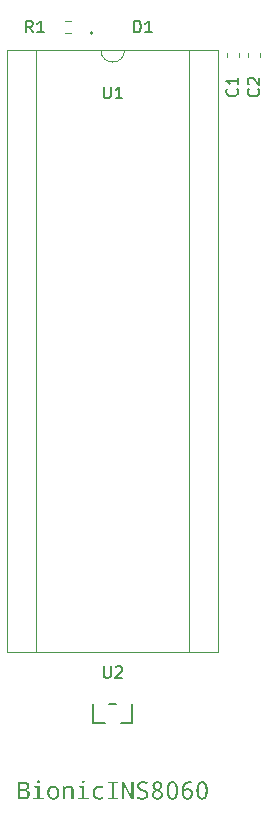
<source format=gbr>
G04 #@! TF.GenerationSoftware,KiCad,Pcbnew,7.0.11+dfsg-1build4*
G04 #@! TF.CreationDate,2024-11-01T16:24:22+09:00*
G04 #@! TF.ProjectId,bionic-ins8060,62696f6e-6963-42d6-996e-73383036302e,6*
G04 #@! TF.SameCoordinates,Original*
G04 #@! TF.FileFunction,Legend,Top*
G04 #@! TF.FilePolarity,Positive*
%FSLAX46Y46*%
G04 Gerber Fmt 4.6, Leading zero omitted, Abs format (unit mm)*
G04 Created by KiCad (PCBNEW 7.0.11+dfsg-1build4) date 2024-11-01 16:24:22*
%MOMM*%
%LPD*%
G01*
G04 APERTURE LIST*
%ADD10C,0.150000*%
%ADD11C,0.152400*%
%ADD12C,0.120000*%
G04 APERTURE END LIST*
D10*
G36*
X107388352Y-135669959D02*
G01*
X107405529Y-135670222D01*
X107422404Y-135670660D01*
X107438976Y-135671274D01*
X107455245Y-135672063D01*
X107471211Y-135673027D01*
X107486875Y-135674167D01*
X107502236Y-135675481D01*
X107517295Y-135676972D01*
X107532051Y-135678637D01*
X107560654Y-135682494D01*
X107588047Y-135687052D01*
X107614229Y-135692311D01*
X107639201Y-135698272D01*
X107662962Y-135704934D01*
X107685512Y-135712297D01*
X107706851Y-135720361D01*
X107726979Y-135729127D01*
X107745897Y-135738593D01*
X107763604Y-135748761D01*
X107780101Y-135759631D01*
X107795540Y-135771236D01*
X107809982Y-135783702D01*
X107823429Y-135797030D01*
X107835880Y-135811219D01*
X107847334Y-135826270D01*
X107857793Y-135842183D01*
X107867255Y-135858957D01*
X107875722Y-135876592D01*
X107883192Y-135895090D01*
X107889667Y-135914448D01*
X107895145Y-135934668D01*
X107899627Y-135955750D01*
X107903113Y-135977693D01*
X107905603Y-136000498D01*
X107907098Y-136024164D01*
X107907596Y-136048692D01*
X107907279Y-136064915D01*
X107906330Y-136080795D01*
X107904749Y-136096331D01*
X107902535Y-136111524D01*
X107899689Y-136126373D01*
X107896210Y-136140879D01*
X107892098Y-136155041D01*
X107884745Y-136175640D01*
X107875968Y-136195467D01*
X107865768Y-136214521D01*
X107854145Y-136232802D01*
X107841099Y-136250310D01*
X107831610Y-136261553D01*
X107826629Y-136267045D01*
X107816285Y-136277631D01*
X107805494Y-136287682D01*
X107794257Y-136297197D01*
X107782574Y-136306177D01*
X107770444Y-136314622D01*
X107757867Y-136322532D01*
X107744844Y-136329907D01*
X107731374Y-136336746D01*
X107717458Y-136343050D01*
X107703096Y-136348819D01*
X107688286Y-136354052D01*
X107673031Y-136358751D01*
X107657329Y-136362914D01*
X107641180Y-136366542D01*
X107624585Y-136369634D01*
X107607543Y-136372192D01*
X107607543Y-136382450D01*
X107628596Y-136386165D01*
X107648980Y-136390350D01*
X107668695Y-136395004D01*
X107687743Y-136400127D01*
X107706122Y-136405720D01*
X107723832Y-136411782D01*
X107740875Y-136418314D01*
X107757249Y-136425315D01*
X107772955Y-136432785D01*
X107787992Y-136440725D01*
X107802361Y-136449134D01*
X107816062Y-136458013D01*
X107829094Y-136467361D01*
X107841458Y-136477178D01*
X107853154Y-136487465D01*
X107864181Y-136498221D01*
X107874540Y-136509447D01*
X107884231Y-136521142D01*
X107893254Y-136533306D01*
X107901608Y-136545940D01*
X107909294Y-136559043D01*
X107916311Y-136572616D01*
X107922660Y-136586658D01*
X107928341Y-136601169D01*
X107933353Y-136616150D01*
X107937698Y-136631601D01*
X107941373Y-136647520D01*
X107944381Y-136663909D01*
X107946720Y-136680768D01*
X107948391Y-136698096D01*
X107949393Y-136715893D01*
X107949727Y-136734160D01*
X107949214Y-136759281D01*
X107947672Y-136783722D01*
X107945104Y-136807481D01*
X107941507Y-136830559D01*
X107936883Y-136852956D01*
X107931232Y-136874672D01*
X107924553Y-136895706D01*
X107916846Y-136916060D01*
X107908112Y-136935732D01*
X107898351Y-136954722D01*
X107887561Y-136973032D01*
X107875745Y-136990660D01*
X107862901Y-137007608D01*
X107849029Y-137023874D01*
X107834129Y-137039458D01*
X107818203Y-137054362D01*
X107801434Y-137068426D01*
X107783919Y-137081582D01*
X107765657Y-137093831D01*
X107746647Y-137105172D01*
X107726891Y-137115606D01*
X107706387Y-137125133D01*
X107685137Y-137133753D01*
X107663139Y-137141465D01*
X107640394Y-137148270D01*
X107616903Y-137154168D01*
X107592664Y-137159158D01*
X107567678Y-137163241D01*
X107541945Y-137166417D01*
X107515466Y-137168685D01*
X107488239Y-137170046D01*
X107460265Y-137170500D01*
X106917313Y-137170500D01*
X106917313Y-136466714D01*
X107110021Y-136466714D01*
X107110021Y-137006735D01*
X107426193Y-137006735D01*
X107445915Y-137006461D01*
X107465012Y-137005640D01*
X107483482Y-137004271D01*
X107501326Y-137002355D01*
X107518544Y-136999892D01*
X107535136Y-136996881D01*
X107551102Y-136993323D01*
X107566442Y-136989218D01*
X107581155Y-136984565D01*
X107595243Y-136979365D01*
X107621539Y-136967322D01*
X107645332Y-136953089D01*
X107666619Y-136936668D01*
X107685403Y-136918056D01*
X107701682Y-136897255D01*
X107715456Y-136874264D01*
X107726726Y-136849084D01*
X107735492Y-136821714D01*
X107738935Y-136807207D01*
X107741753Y-136792154D01*
X107743944Y-136776553D01*
X107745509Y-136760405D01*
X107746449Y-136743709D01*
X107746762Y-136726466D01*
X107746436Y-136710485D01*
X107745458Y-136695012D01*
X107743828Y-136680045D01*
X107738613Y-136651635D01*
X107730791Y-136625254D01*
X107720361Y-136600902D01*
X107707323Y-136578580D01*
X107691679Y-136558287D01*
X107673426Y-136540023D01*
X107652566Y-136523788D01*
X107629099Y-136509583D01*
X107603024Y-136497407D01*
X107589009Y-136492080D01*
X107574342Y-136487261D01*
X107559023Y-136482948D01*
X107543052Y-136479143D01*
X107526429Y-136475846D01*
X107509155Y-136473055D01*
X107491228Y-136470772D01*
X107472650Y-136468997D01*
X107453420Y-136467728D01*
X107433538Y-136466967D01*
X107413004Y-136466714D01*
X107110021Y-136466714D01*
X106917313Y-136466714D01*
X106917313Y-135833636D01*
X107110021Y-135833636D01*
X107110021Y-136302949D01*
X107402379Y-136302949D01*
X107422143Y-136302730D01*
X107441225Y-136302073D01*
X107459626Y-136300978D01*
X107477347Y-136299446D01*
X107494385Y-136297475D01*
X107510743Y-136295066D01*
X107526419Y-136292220D01*
X107541414Y-136288935D01*
X107555728Y-136285213D01*
X107575922Y-136278809D01*
X107594583Y-136271419D01*
X107611711Y-136263043D01*
X107627307Y-136253683D01*
X107636852Y-136246895D01*
X107650012Y-136235741D01*
X107661878Y-136223299D01*
X107672449Y-136209569D01*
X107681726Y-136194551D01*
X107689709Y-136178245D01*
X107696397Y-136160651D01*
X107701790Y-136141769D01*
X107705889Y-136121599D01*
X107708694Y-136100141D01*
X107709844Y-136085120D01*
X107710420Y-136069526D01*
X107710492Y-136061515D01*
X107710184Y-136046535D01*
X107708569Y-136025081D01*
X107705569Y-136004843D01*
X107701184Y-135985822D01*
X107695415Y-135968019D01*
X107688261Y-135951433D01*
X107679723Y-135936064D01*
X107669800Y-135921912D01*
X107658492Y-135908977D01*
X107645800Y-135897260D01*
X107631723Y-135886759D01*
X107616143Y-135877265D01*
X107598939Y-135868706D01*
X107580113Y-135861080D01*
X107559664Y-135854387D01*
X107545130Y-135850445D01*
X107529874Y-135846917D01*
X107513897Y-135843804D01*
X107497199Y-135841107D01*
X107479779Y-135838824D01*
X107461639Y-135836956D01*
X107442777Y-135835504D01*
X107423193Y-135834466D01*
X107402889Y-135833844D01*
X107381863Y-135833636D01*
X107110021Y-135833636D01*
X106917313Y-135833636D01*
X106917313Y-135669871D01*
X107370872Y-135669871D01*
X107388352Y-135669959D01*
G37*
G36*
X108690516Y-135576082D02*
G01*
X108710027Y-135577109D01*
X108727619Y-135580191D01*
X108743292Y-135585327D01*
X108757045Y-135592517D01*
X108768880Y-135601762D01*
X108778795Y-135613061D01*
X108786792Y-135626414D01*
X108792869Y-135641822D01*
X108797027Y-135659284D01*
X108799266Y-135678800D01*
X108799693Y-135692952D01*
X108798896Y-135710766D01*
X108796508Y-135727113D01*
X108792528Y-135741993D01*
X108785650Y-135757913D01*
X108776480Y-135771720D01*
X108767086Y-135781613D01*
X108754571Y-135791449D01*
X108741206Y-135799250D01*
X108726991Y-135805015D01*
X108711925Y-135808746D01*
X108696010Y-135810442D01*
X108690516Y-135810555D01*
X108670809Y-135809522D01*
X108653040Y-135806421D01*
X108637209Y-135801253D01*
X108623317Y-135794017D01*
X108611363Y-135784715D01*
X108601348Y-135773345D01*
X108593271Y-135759908D01*
X108587133Y-135744404D01*
X108582933Y-135726832D01*
X108580671Y-135707193D01*
X108580240Y-135692952D01*
X108581210Y-135672066D01*
X108584117Y-135653235D01*
X108588963Y-135636458D01*
X108595748Y-135621735D01*
X108604471Y-135609066D01*
X108615132Y-135598452D01*
X108627732Y-135589892D01*
X108642270Y-135583387D01*
X108658747Y-135578935D01*
X108677162Y-135576539D01*
X108690516Y-135576082D01*
G37*
G36*
X108595994Y-136192307D02*
G01*
X108318656Y-136170691D01*
X108318656Y-136045028D01*
X108783206Y-136045028D01*
X108783206Y-137023221D01*
X109145907Y-137043737D01*
X109145907Y-137170500D01*
X108241353Y-137170500D01*
X108241353Y-137043737D01*
X108595994Y-137023221D01*
X108595994Y-136192307D01*
G37*
G36*
X109961345Y-136022205D02*
G01*
X109988464Y-136024077D01*
X110014949Y-136027197D01*
X110040797Y-136031565D01*
X110066011Y-136037180D01*
X110090589Y-136044044D01*
X110114531Y-136052155D01*
X110137838Y-136061515D01*
X110160510Y-136072122D01*
X110182546Y-136083978D01*
X110203947Y-136097081D01*
X110224712Y-136111432D01*
X110244842Y-136127031D01*
X110264337Y-136143878D01*
X110283196Y-136161973D01*
X110301420Y-136181316D01*
X110318766Y-136201692D01*
X110334994Y-136222887D01*
X110350102Y-136244900D01*
X110364091Y-136267732D01*
X110376961Y-136291383D01*
X110388712Y-136315852D01*
X110399343Y-136341140D01*
X110408856Y-136367246D01*
X110417249Y-136394171D01*
X110424524Y-136421914D01*
X110430679Y-136450476D01*
X110433337Y-136465064D01*
X110435715Y-136479857D01*
X110437813Y-136494854D01*
X110439632Y-136510056D01*
X110441171Y-136525463D01*
X110442430Y-136541074D01*
X110443409Y-136556890D01*
X110444109Y-136572911D01*
X110444528Y-136589136D01*
X110444668Y-136605566D01*
X110444530Y-136622534D01*
X110444116Y-136639277D01*
X110443425Y-136655793D01*
X110442458Y-136672084D01*
X110441216Y-136688148D01*
X110439696Y-136703986D01*
X110437901Y-136719598D01*
X110435830Y-136734984D01*
X110433482Y-136750144D01*
X110430858Y-136765077D01*
X110427958Y-136779785D01*
X110424781Y-136794266D01*
X110421329Y-136808522D01*
X110413595Y-136836354D01*
X110404757Y-136863282D01*
X110394813Y-136889305D01*
X110383765Y-136914424D01*
X110371612Y-136938638D01*
X110358354Y-136961948D01*
X110343992Y-136984354D01*
X110328524Y-137005855D01*
X110311952Y-137026451D01*
X110303252Y-137036410D01*
X110285254Y-137055487D01*
X110266523Y-137073333D01*
X110247060Y-137089948D01*
X110226865Y-137105332D01*
X110205936Y-137119486D01*
X110184275Y-137132409D01*
X110161881Y-137144101D01*
X110138754Y-137154563D01*
X110114894Y-137163793D01*
X110090302Y-137171793D01*
X110064977Y-137178562D01*
X110038920Y-137184101D01*
X110012129Y-137188408D01*
X109984606Y-137191485D01*
X109956350Y-137193331D01*
X109927362Y-137193947D01*
X109899826Y-137193321D01*
X109872905Y-137191445D01*
X109846600Y-137188318D01*
X109820910Y-137183940D01*
X109795836Y-137178312D01*
X109771376Y-137171433D01*
X109747533Y-137163302D01*
X109724304Y-137153922D01*
X109701691Y-137143290D01*
X109679694Y-137131407D01*
X109658312Y-137118274D01*
X109637545Y-137103890D01*
X109617393Y-137088255D01*
X109597857Y-137071369D01*
X109578936Y-137053233D01*
X109560631Y-137033846D01*
X109543240Y-137013368D01*
X109526971Y-136992051D01*
X109511825Y-136969896D01*
X109497800Y-136946903D01*
X109484897Y-136923071D01*
X109473116Y-136898400D01*
X109462457Y-136872890D01*
X109452920Y-136846542D01*
X109444505Y-136819355D01*
X109437212Y-136791330D01*
X109433986Y-136777002D01*
X109431041Y-136762466D01*
X109428376Y-136747719D01*
X109425992Y-136732763D01*
X109423889Y-136717597D01*
X109422065Y-136702222D01*
X109420523Y-136686636D01*
X109419260Y-136670842D01*
X109418279Y-136654837D01*
X109417577Y-136638623D01*
X109417157Y-136622199D01*
X109417016Y-136605566D01*
X109610823Y-136605566D01*
X109611136Y-136632186D01*
X109612075Y-136657960D01*
X109613641Y-136682890D01*
X109615832Y-136706974D01*
X109618649Y-136730214D01*
X109622093Y-136752608D01*
X109626163Y-136774157D01*
X109630859Y-136794862D01*
X109636181Y-136814721D01*
X109642129Y-136833735D01*
X109648703Y-136851904D01*
X109655903Y-136869228D01*
X109663729Y-136885707D01*
X109672182Y-136901341D01*
X109681261Y-136916129D01*
X109690965Y-136930073D01*
X109701296Y-136943172D01*
X109712253Y-136955425D01*
X109723836Y-136966834D01*
X109736045Y-136977397D01*
X109748880Y-136987115D01*
X109762342Y-136995988D01*
X109776429Y-137004017D01*
X109791143Y-137011200D01*
X109806483Y-137017538D01*
X109822448Y-137023031D01*
X109839040Y-137027679D01*
X109856258Y-137031481D01*
X109874103Y-137034439D01*
X109892573Y-137036552D01*
X109911669Y-137037819D01*
X109931392Y-137038242D01*
X109951047Y-137037819D01*
X109970078Y-137036552D01*
X109988484Y-137034439D01*
X110006267Y-137031481D01*
X110023426Y-137027679D01*
X110039962Y-137023031D01*
X110055873Y-137017538D01*
X110071160Y-137011200D01*
X110085823Y-137004017D01*
X110099862Y-136995988D01*
X110113277Y-136987115D01*
X110126069Y-136977397D01*
X110138236Y-136966834D01*
X110149779Y-136955425D01*
X110160699Y-136943172D01*
X110170994Y-136930073D01*
X110180665Y-136916129D01*
X110189713Y-136901341D01*
X110198136Y-136885707D01*
X110205936Y-136869228D01*
X110213112Y-136851904D01*
X110219663Y-136833735D01*
X110225591Y-136814721D01*
X110230895Y-136794862D01*
X110235574Y-136774157D01*
X110239630Y-136752608D01*
X110243062Y-136730214D01*
X110245870Y-136706974D01*
X110248054Y-136682890D01*
X110249613Y-136657960D01*
X110250549Y-136632186D01*
X110250861Y-136605566D01*
X110250547Y-136579217D01*
X110249605Y-136553704D01*
X110248034Y-136529028D01*
X110245835Y-136505188D01*
X110243008Y-136482184D01*
X110239553Y-136460018D01*
X110235469Y-136438687D01*
X110230757Y-136418193D01*
X110225417Y-136398536D01*
X110219449Y-136379715D01*
X110212852Y-136361731D01*
X110205627Y-136344583D01*
X110197774Y-136328271D01*
X110189292Y-136312796D01*
X110180182Y-136298158D01*
X110170444Y-136284356D01*
X110160078Y-136271390D01*
X110149084Y-136259261D01*
X110137461Y-136247969D01*
X110125210Y-136237513D01*
X110112331Y-136227893D01*
X110098823Y-136219110D01*
X110084687Y-136211164D01*
X110069923Y-136204053D01*
X110054531Y-136197780D01*
X110038510Y-136192343D01*
X110021862Y-136187742D01*
X110004584Y-136183978D01*
X109986679Y-136181050D01*
X109968146Y-136178959D01*
X109948984Y-136177704D01*
X109929194Y-136177286D01*
X109909606Y-136177704D01*
X109890641Y-136178959D01*
X109872297Y-136181050D01*
X109854575Y-136183978D01*
X109837476Y-136187742D01*
X109820997Y-136192343D01*
X109805141Y-136197780D01*
X109789906Y-136204053D01*
X109775294Y-136211164D01*
X109761303Y-136219110D01*
X109747934Y-136227893D01*
X109735187Y-136237513D01*
X109723061Y-136247969D01*
X109711557Y-136259261D01*
X109700676Y-136271390D01*
X109690416Y-136284356D01*
X109680778Y-136298158D01*
X109671761Y-136312796D01*
X109663367Y-136328271D01*
X109655594Y-136344583D01*
X109648443Y-136361731D01*
X109641914Y-136379715D01*
X109636007Y-136398536D01*
X109630721Y-136418193D01*
X109626058Y-136438687D01*
X109622016Y-136460018D01*
X109618596Y-136482184D01*
X109615798Y-136505188D01*
X109613621Y-136529028D01*
X109612067Y-136553704D01*
X109611134Y-136579217D01*
X109610823Y-136605566D01*
X109417016Y-136605566D01*
X109417153Y-136588756D01*
X109417562Y-136572169D01*
X109418243Y-136555806D01*
X109419197Y-136539666D01*
X109420424Y-136523749D01*
X109421924Y-136508056D01*
X109423696Y-136492585D01*
X109425740Y-136477338D01*
X109428058Y-136462315D01*
X109430648Y-136447514D01*
X109433510Y-136432937D01*
X109436645Y-136418583D01*
X109443734Y-136390544D01*
X109451913Y-136363399D01*
X109461182Y-136337147D01*
X109471542Y-136311787D01*
X109482992Y-136287321D01*
X109495533Y-136263748D01*
X109509164Y-136241068D01*
X109523886Y-136219280D01*
X109539698Y-136198386D01*
X109556601Y-136178385D01*
X109574431Y-136159397D01*
X109593026Y-136141634D01*
X109612384Y-136125096D01*
X109632507Y-136109783D01*
X109653394Y-136095695D01*
X109675046Y-136082833D01*
X109697461Y-136071195D01*
X109720641Y-136060782D01*
X109744585Y-136051594D01*
X109769293Y-136043632D01*
X109794765Y-136036894D01*
X109821002Y-136031381D01*
X109848002Y-136027094D01*
X109875767Y-136024031D01*
X109904297Y-136022194D01*
X109933590Y-136021581D01*
X109961345Y-136022205D01*
G37*
G36*
X111473053Y-137170500D02*
G01*
X111473053Y-136444366D01*
X111472813Y-136427934D01*
X111472095Y-136412024D01*
X111470898Y-136396635D01*
X111469223Y-136381769D01*
X111464436Y-136353600D01*
X111457734Y-136327518D01*
X111449117Y-136303523D01*
X111438586Y-136281614D01*
X111426139Y-136261792D01*
X111411778Y-136244056D01*
X111395502Y-136228407D01*
X111377311Y-136214844D01*
X111357206Y-136203368D01*
X111335185Y-136193978D01*
X111311250Y-136186675D01*
X111285400Y-136181459D01*
X111257635Y-136178329D01*
X111227955Y-136177286D01*
X111208480Y-136177685D01*
X111189624Y-136178883D01*
X111171386Y-136180879D01*
X111153766Y-136183674D01*
X111136765Y-136187268D01*
X111120381Y-136191660D01*
X111104616Y-136196851D01*
X111089469Y-136202840D01*
X111074941Y-136209628D01*
X111061030Y-136217214D01*
X111047738Y-136225599D01*
X111035064Y-136234782D01*
X111023008Y-136244764D01*
X111011571Y-136255545D01*
X111000752Y-136267124D01*
X110990551Y-136279502D01*
X110980968Y-136292678D01*
X110972004Y-136306653D01*
X110963657Y-136321426D01*
X110955929Y-136336998D01*
X110948820Y-136353368D01*
X110942328Y-136370537D01*
X110936455Y-136388505D01*
X110931200Y-136407271D01*
X110926563Y-136426836D01*
X110922545Y-136447199D01*
X110919144Y-136468361D01*
X110916362Y-136490321D01*
X110914198Y-136513080D01*
X110912653Y-136536638D01*
X110911725Y-136560994D01*
X110911416Y-136586148D01*
X110911416Y-137170500D01*
X110723838Y-137170500D01*
X110723838Y-136045028D01*
X110875146Y-136045028D01*
X110902990Y-136194871D01*
X110913248Y-136194871D01*
X110927053Y-136173887D01*
X110941905Y-136154257D01*
X110957804Y-136135980D01*
X110974751Y-136119057D01*
X110992746Y-136103488D01*
X111011789Y-136089273D01*
X111031878Y-136076411D01*
X111053016Y-136064904D01*
X111075201Y-136054750D01*
X111098434Y-136045950D01*
X111122714Y-136038504D01*
X111148042Y-136032412D01*
X111174417Y-136027673D01*
X111201840Y-136024289D01*
X111230311Y-136022258D01*
X111259829Y-136021581D01*
X111284487Y-136021984D01*
X111308363Y-136023191D01*
X111331456Y-136025204D01*
X111353767Y-136028021D01*
X111375294Y-136031644D01*
X111396039Y-136036071D01*
X111416001Y-136041304D01*
X111435180Y-136047341D01*
X111453576Y-136054184D01*
X111471189Y-136061831D01*
X111488020Y-136070284D01*
X111504068Y-136079541D01*
X111519333Y-136089604D01*
X111533815Y-136100471D01*
X111547514Y-136112144D01*
X111560431Y-136124621D01*
X111572564Y-136137904D01*
X111583915Y-136151991D01*
X111594483Y-136166884D01*
X111604268Y-136182581D01*
X111613271Y-136199084D01*
X111621490Y-136216391D01*
X111628927Y-136234504D01*
X111635581Y-136253421D01*
X111641452Y-136273144D01*
X111646540Y-136293671D01*
X111650846Y-136315004D01*
X111654369Y-136337141D01*
X111657108Y-136360083D01*
X111659066Y-136383831D01*
X111660240Y-136408383D01*
X111660631Y-136433741D01*
X111660631Y-137170500D01*
X111473053Y-137170500D01*
G37*
G36*
X112471395Y-135576082D02*
G01*
X112490906Y-135577109D01*
X112508498Y-135580191D01*
X112524171Y-135585327D01*
X112537925Y-135592517D01*
X112549759Y-135601762D01*
X112559675Y-135613061D01*
X112567671Y-135626414D01*
X112573748Y-135641822D01*
X112577906Y-135659284D01*
X112580145Y-135678800D01*
X112580572Y-135692952D01*
X112579776Y-135710766D01*
X112577388Y-135727113D01*
X112573407Y-135741993D01*
X112566529Y-135757913D01*
X112557359Y-135771720D01*
X112547965Y-135781613D01*
X112535450Y-135791449D01*
X112522085Y-135799250D01*
X112507870Y-135805015D01*
X112492805Y-135808746D01*
X112476889Y-135810442D01*
X112471395Y-135810555D01*
X112451688Y-135809522D01*
X112433919Y-135806421D01*
X112418088Y-135801253D01*
X112404196Y-135794017D01*
X112392242Y-135784715D01*
X112382227Y-135773345D01*
X112374150Y-135759908D01*
X112368012Y-135744404D01*
X112363812Y-135726832D01*
X112361550Y-135707193D01*
X112361120Y-135692952D01*
X112362089Y-135672066D01*
X112364997Y-135653235D01*
X112369843Y-135636458D01*
X112376627Y-135621735D01*
X112385350Y-135609066D01*
X112396012Y-135598452D01*
X112408611Y-135589892D01*
X112423150Y-135583387D01*
X112439626Y-135578935D01*
X112458042Y-135576539D01*
X112471395Y-135576082D01*
G37*
G36*
X112376873Y-136192307D02*
G01*
X112099536Y-136170691D01*
X112099536Y-136045028D01*
X112564085Y-136045028D01*
X112564085Y-137023221D01*
X112926786Y-137043737D01*
X112926786Y-137170500D01*
X112022233Y-137170500D01*
X112022233Y-137043737D01*
X112376873Y-137023221D01*
X112376873Y-136192307D01*
G37*
G36*
X114172791Y-136082398D02*
G01*
X114109044Y-136245063D01*
X114089847Y-136237832D01*
X114070907Y-136231067D01*
X114052226Y-136224769D01*
X114033801Y-136218937D01*
X114015635Y-136213572D01*
X113997726Y-136208673D01*
X113980075Y-136204241D01*
X113962681Y-136200275D01*
X113945545Y-136196776D01*
X113928666Y-136193744D01*
X113912045Y-136191178D01*
X113895682Y-136189078D01*
X113879576Y-136187445D01*
X113863728Y-136186279D01*
X113848138Y-136185579D01*
X113832805Y-136185346D01*
X113809296Y-136185762D01*
X113786533Y-136187010D01*
X113764516Y-136189091D01*
X113743246Y-136192004D01*
X113722722Y-136195748D01*
X113702945Y-136200325D01*
X113683913Y-136205735D01*
X113665628Y-136211976D01*
X113648090Y-136219050D01*
X113631297Y-136226956D01*
X113615251Y-136235694D01*
X113599952Y-136245264D01*
X113585398Y-136255666D01*
X113571591Y-136266901D01*
X113558531Y-136278967D01*
X113546216Y-136291866D01*
X113534648Y-136305598D01*
X113523827Y-136320161D01*
X113513751Y-136335556D01*
X113504422Y-136351784D01*
X113495840Y-136368844D01*
X113488003Y-136386736D01*
X113480913Y-136405460D01*
X113474569Y-136425017D01*
X113468972Y-136445406D01*
X113464121Y-136466626D01*
X113460016Y-136488679D01*
X113456658Y-136511565D01*
X113454045Y-136535282D01*
X113452180Y-136559832D01*
X113451060Y-136585214D01*
X113450687Y-136611428D01*
X113451050Y-136637191D01*
X113452140Y-136662136D01*
X113453955Y-136686264D01*
X113456497Y-136709573D01*
X113459766Y-136732065D01*
X113463760Y-136753739D01*
X113468481Y-136774595D01*
X113473928Y-136794633D01*
X113480102Y-136813853D01*
X113487001Y-136832255D01*
X113494627Y-136849840D01*
X113502980Y-136866606D01*
X113512058Y-136882555D01*
X113521863Y-136897685D01*
X113532394Y-136911998D01*
X113543652Y-136925493D01*
X113555636Y-136938171D01*
X113568346Y-136950030D01*
X113581782Y-136961071D01*
X113595945Y-136971295D01*
X113610834Y-136980700D01*
X113626449Y-136989288D01*
X113642790Y-136997058D01*
X113659858Y-137004010D01*
X113677652Y-137010144D01*
X113696172Y-137015460D01*
X113715419Y-137019958D01*
X113735392Y-137023639D01*
X113756091Y-137026502D01*
X113777517Y-137028546D01*
X113799669Y-137029773D01*
X113822547Y-137030182D01*
X113842816Y-137029933D01*
X113863139Y-137029186D01*
X113883516Y-137027941D01*
X113903948Y-137026198D01*
X113924435Y-137023957D01*
X113944975Y-137021218D01*
X113965570Y-137017980D01*
X113986220Y-137014245D01*
X114006924Y-137010012D01*
X114027682Y-137005281D01*
X114048495Y-137000051D01*
X114069362Y-136994324D01*
X114090283Y-136988099D01*
X114111259Y-136981375D01*
X114132289Y-136974154D01*
X114153374Y-136966435D01*
X114153374Y-137131299D01*
X114135864Y-137138885D01*
X114117865Y-137145982D01*
X114099376Y-137152589D01*
X114080398Y-137158707D01*
X114060931Y-137164336D01*
X114040974Y-137169475D01*
X114020528Y-137174125D01*
X113999592Y-137178285D01*
X113978167Y-137181956D01*
X113956252Y-137185137D01*
X113933848Y-137187829D01*
X113910955Y-137190031D01*
X113887572Y-137191744D01*
X113863700Y-137192968D01*
X113839338Y-137193702D01*
X113814487Y-137193947D01*
X113798047Y-137193800D01*
X113781839Y-137193361D01*
X113765861Y-137192630D01*
X113750115Y-137191606D01*
X113734600Y-137190289D01*
X113719316Y-137188679D01*
X113704264Y-137186777D01*
X113689442Y-137184582D01*
X113674851Y-137182094D01*
X113646364Y-137176241D01*
X113618801Y-137169217D01*
X113592162Y-137161022D01*
X113566448Y-137151657D01*
X113541658Y-137141121D01*
X113517793Y-137129415D01*
X113494852Y-137116538D01*
X113472836Y-137102490D01*
X113451744Y-137087271D01*
X113431577Y-137070882D01*
X113412334Y-137053323D01*
X113403060Y-137044104D01*
X113385358Y-137024864D01*
X113368799Y-137004605D01*
X113353381Y-136983327D01*
X113339106Y-136961031D01*
X113325973Y-136937715D01*
X113313982Y-136913380D01*
X113303132Y-136888027D01*
X113293425Y-136861654D01*
X113284860Y-136834263D01*
X113277437Y-136805853D01*
X113274153Y-136791265D01*
X113271156Y-136776423D01*
X113268443Y-136761326D01*
X113266016Y-136745975D01*
X113263875Y-136730369D01*
X113262019Y-136714508D01*
X113260449Y-136698392D01*
X113259164Y-136682021D01*
X113258165Y-136665396D01*
X113257451Y-136648516D01*
X113257023Y-136631382D01*
X113256880Y-136613992D01*
X113257026Y-136596038D01*
X113257464Y-136578353D01*
X113258194Y-136560938D01*
X113259216Y-136543793D01*
X113260530Y-136526918D01*
X113262135Y-136510313D01*
X113264033Y-136493977D01*
X113266223Y-136477911D01*
X113268704Y-136462115D01*
X113271478Y-136446588D01*
X113274543Y-136431331D01*
X113277900Y-136416344D01*
X113281550Y-136401627D01*
X113285491Y-136387180D01*
X113289724Y-136373002D01*
X113299067Y-136345456D01*
X113309577Y-136318989D01*
X113321254Y-136293601D01*
X113334100Y-136269292D01*
X113348114Y-136246063D01*
X113363295Y-136223912D01*
X113379644Y-136202840D01*
X113397161Y-136182848D01*
X113406357Y-136173256D01*
X113425515Y-136154889D01*
X113445621Y-136137707D01*
X113466674Y-136121710D01*
X113488674Y-136106898D01*
X113511622Y-136093271D01*
X113535517Y-136080829D01*
X113560360Y-136069572D01*
X113586150Y-136059500D01*
X113612888Y-136050613D01*
X113640572Y-136042910D01*
X113669205Y-136036393D01*
X113683876Y-136033579D01*
X113698784Y-136031061D01*
X113713929Y-136028839D01*
X113729311Y-136026913D01*
X113744930Y-136025284D01*
X113760786Y-136023951D01*
X113776878Y-136022914D01*
X113793208Y-136022174D01*
X113809774Y-136021729D01*
X113826577Y-136021581D01*
X113849439Y-136021819D01*
X113872138Y-136022531D01*
X113894673Y-136023719D01*
X113917046Y-136025382D01*
X113939255Y-136027520D01*
X113961301Y-136030133D01*
X113983185Y-136033222D01*
X114004905Y-136036785D01*
X114026461Y-136040824D01*
X114047855Y-136045338D01*
X114069086Y-136050326D01*
X114090153Y-136055790D01*
X114111057Y-136061730D01*
X114131798Y-136068144D01*
X114152376Y-136075033D01*
X114172791Y-136082398D01*
G37*
G36*
X115371168Y-137170500D02*
G01*
X114571762Y-137170500D01*
X114571762Y-137043737D01*
X114875844Y-137023221D01*
X114875844Y-135817150D01*
X114571762Y-135796633D01*
X114571762Y-135669871D01*
X115371168Y-135669871D01*
X115371168Y-135796633D01*
X115068185Y-135817150D01*
X115068185Y-137023221D01*
X115371168Y-137043737D01*
X115371168Y-137170500D01*
G37*
G36*
X116725251Y-137170500D02*
G01*
X116503967Y-137170500D01*
X115906060Y-135929624D01*
X115898000Y-135929624D01*
X115899127Y-135947232D01*
X115900219Y-135964567D01*
X115901274Y-135981628D01*
X115902294Y-135998414D01*
X115903278Y-136014927D01*
X115904226Y-136031165D01*
X115905138Y-136047130D01*
X115906015Y-136062820D01*
X115906855Y-136078236D01*
X115907660Y-136093379D01*
X115908430Y-136108247D01*
X115909861Y-136137161D01*
X115911149Y-136164979D01*
X115912294Y-136191700D01*
X115913295Y-136217326D01*
X115914154Y-136241855D01*
X115914870Y-136265288D01*
X115915442Y-136287625D01*
X115915871Y-136308865D01*
X115916158Y-136329010D01*
X115916301Y-136348058D01*
X115916319Y-136357171D01*
X115916319Y-137170500D01*
X115739365Y-137170500D01*
X115739365Y-135669871D01*
X115958817Y-135669871D01*
X116554159Y-136904519D01*
X116560387Y-136904519D01*
X116559508Y-136885304D01*
X116558657Y-136866493D01*
X116557833Y-136848086D01*
X116557038Y-136830084D01*
X116556271Y-136812486D01*
X116555531Y-136795292D01*
X116554820Y-136778503D01*
X116554136Y-136762118D01*
X116553480Y-136746137D01*
X116552852Y-136730560D01*
X116552252Y-136715388D01*
X116551680Y-136700620D01*
X116550620Y-136672297D01*
X116549671Y-136645591D01*
X116548834Y-136620502D01*
X116548108Y-136597031D01*
X116547494Y-136575176D01*
X116546992Y-136554939D01*
X116546601Y-136536319D01*
X116546322Y-136519316D01*
X116546155Y-136503930D01*
X116546099Y-136490161D01*
X116546099Y-135669871D01*
X116725251Y-135669871D01*
X116725251Y-137170500D01*
G37*
G36*
X117005886Y-137123605D02*
G01*
X117005886Y-136941888D01*
X117033011Y-136952580D01*
X117060073Y-136962582D01*
X117087073Y-136971894D01*
X117114009Y-136980517D01*
X117140882Y-136988449D01*
X117167693Y-136995692D01*
X117194440Y-137002245D01*
X117221125Y-137008109D01*
X117247746Y-137013282D01*
X117274305Y-137017766D01*
X117300800Y-137021560D01*
X117327233Y-137024664D01*
X117353603Y-137027078D01*
X117379909Y-137028802D01*
X117406153Y-137029837D01*
X117432334Y-137030182D01*
X117454513Y-137029939D01*
X117475988Y-137029209D01*
X117496760Y-137027992D01*
X117516827Y-137026289D01*
X117536190Y-137024100D01*
X117554848Y-137021424D01*
X117572803Y-137018261D01*
X117590054Y-137014612D01*
X117606600Y-137010476D01*
X117622443Y-137005853D01*
X117637581Y-137000744D01*
X117652015Y-136995148D01*
X117665745Y-136989066D01*
X117691093Y-136975442D01*
X117713624Y-136959872D01*
X117733339Y-136942355D01*
X117750238Y-136922892D01*
X117764320Y-136901482D01*
X117775586Y-136878127D01*
X117784035Y-136852824D01*
X117789668Y-136825576D01*
X117792484Y-136796381D01*
X117792836Y-136781054D01*
X117792199Y-136761431D01*
X117790286Y-136742676D01*
X117787098Y-136724791D01*
X117782635Y-136707776D01*
X117776897Y-136691630D01*
X117769884Y-136676353D01*
X117761596Y-136661945D01*
X117752032Y-136648408D01*
X117741194Y-136635739D01*
X117729080Y-136623940D01*
X117720296Y-136616557D01*
X117705384Y-136605516D01*
X117687851Y-136594103D01*
X117674707Y-136586286D01*
X117660397Y-136578303D01*
X117644922Y-136570154D01*
X117628283Y-136561840D01*
X117610478Y-136553359D01*
X117591509Y-136544712D01*
X117571375Y-136535899D01*
X117550076Y-136526921D01*
X117527611Y-136517776D01*
X117503982Y-136508465D01*
X117479188Y-136498988D01*
X117453230Y-136489345D01*
X117426106Y-136479536D01*
X117399788Y-136469990D01*
X117374414Y-136460216D01*
X117349985Y-136450217D01*
X117326500Y-136439992D01*
X117303960Y-136429541D01*
X117282365Y-136418863D01*
X117261714Y-136407959D01*
X117242008Y-136396830D01*
X117223246Y-136385474D01*
X117205428Y-136373892D01*
X117188556Y-136362084D01*
X117172627Y-136350050D01*
X117157644Y-136337789D01*
X117143604Y-136325303D01*
X117130510Y-136312590D01*
X117118360Y-136299652D01*
X117107091Y-136286357D01*
X117096550Y-136272575D01*
X117086735Y-136258307D01*
X117077647Y-136243552D01*
X117069287Y-136228311D01*
X117061653Y-136212583D01*
X117054747Y-136196368D01*
X117048567Y-136179667D01*
X117043115Y-136162480D01*
X117038389Y-136144805D01*
X117034391Y-136126645D01*
X117031119Y-136107997D01*
X117028575Y-136088863D01*
X117026757Y-136069243D01*
X117025667Y-136049136D01*
X117025303Y-136028542D01*
X117025820Y-136006451D01*
X117027370Y-135984968D01*
X117029953Y-135964091D01*
X117033569Y-135943820D01*
X117038219Y-135924157D01*
X117043902Y-135905100D01*
X117050618Y-135886650D01*
X117058368Y-135868807D01*
X117067150Y-135851571D01*
X117076966Y-135834941D01*
X117087815Y-135818919D01*
X117099698Y-135803503D01*
X117112614Y-135788694D01*
X117126563Y-135774491D01*
X117141545Y-135760896D01*
X117157561Y-135747907D01*
X117174522Y-135735618D01*
X117192251Y-135724122D01*
X117210746Y-135713419D01*
X117230009Y-135703508D01*
X117250039Y-135694391D01*
X117270836Y-135686066D01*
X117292400Y-135678534D01*
X117314731Y-135671795D01*
X117337829Y-135665849D01*
X117361694Y-135660695D01*
X117386327Y-135656335D01*
X117411726Y-135652767D01*
X117437892Y-135649992D01*
X117464826Y-135648010D01*
X117492526Y-135646821D01*
X117520994Y-135646424D01*
X117535698Y-135646502D01*
X117564853Y-135647129D01*
X117593669Y-135648383D01*
X117622148Y-135650263D01*
X117650290Y-135652771D01*
X117678093Y-135655905D01*
X117705559Y-135659666D01*
X117732687Y-135664054D01*
X117759478Y-135669068D01*
X117785930Y-135674710D01*
X117812045Y-135680978D01*
X117837823Y-135687873D01*
X117863262Y-135695395D01*
X117888364Y-135703544D01*
X117913128Y-135712319D01*
X117937554Y-135721722D01*
X117949640Y-135726658D01*
X117883695Y-135895918D01*
X117858932Y-135886158D01*
X117834379Y-135877028D01*
X117810034Y-135868527D01*
X117785898Y-135860656D01*
X117761972Y-135853414D01*
X117738254Y-135846802D01*
X117714745Y-135840820D01*
X117691445Y-135835468D01*
X117668354Y-135830745D01*
X117645472Y-135826652D01*
X117622799Y-135823189D01*
X117600335Y-135820356D01*
X117578080Y-135818152D01*
X117556033Y-135816577D01*
X117534196Y-135815633D01*
X117512568Y-135815318D01*
X117493995Y-135815528D01*
X117476011Y-135816158D01*
X117458618Y-135817208D01*
X117441814Y-135818678D01*
X117425599Y-135820568D01*
X117409974Y-135822879D01*
X117394939Y-135825609D01*
X117380493Y-135828759D01*
X117353371Y-135836320D01*
X117328607Y-135845560D01*
X117306202Y-135856481D01*
X117286155Y-135869082D01*
X117268466Y-135883363D01*
X117253136Y-135899324D01*
X117240164Y-135916966D01*
X117229551Y-135936287D01*
X117221297Y-135957289D01*
X117215400Y-135979970D01*
X117211863Y-136004332D01*
X117210683Y-136030374D01*
X117211276Y-136049725D01*
X117213053Y-136068348D01*
X117216016Y-136086244D01*
X117220163Y-136103412D01*
X117225495Y-136119852D01*
X117232013Y-136135565D01*
X117239715Y-136150550D01*
X117248602Y-136164807D01*
X117258674Y-136178336D01*
X117269931Y-136191138D01*
X117278095Y-136199268D01*
X117292000Y-136211304D01*
X117308435Y-136223508D01*
X117320799Y-136231737D01*
X117334287Y-136240040D01*
X117348900Y-136248418D01*
X117364638Y-136256870D01*
X117381501Y-136265397D01*
X117399488Y-136273998D01*
X117418601Y-136282673D01*
X117438838Y-136291423D01*
X117460200Y-136300247D01*
X117482687Y-136309146D01*
X117506299Y-136318119D01*
X117531036Y-136327166D01*
X117556898Y-136336288D01*
X117572578Y-136341950D01*
X117587930Y-136347622D01*
X117602952Y-136353307D01*
X117617645Y-136359003D01*
X117632010Y-136364710D01*
X117646044Y-136370429D01*
X117659750Y-136376159D01*
X117686174Y-136387653D01*
X117711282Y-136399194D01*
X117735072Y-136410780D01*
X117757547Y-136422412D01*
X117778704Y-136434090D01*
X117798545Y-136445814D01*
X117817069Y-136457583D01*
X117834277Y-136469398D01*
X117850168Y-136481260D01*
X117864742Y-136493166D01*
X117878000Y-136505119D01*
X117889941Y-136517117D01*
X117895418Y-136523134D01*
X117905711Y-136535393D01*
X117915339Y-136548081D01*
X117924304Y-136561199D01*
X117932604Y-136574745D01*
X117940241Y-136588722D01*
X117947213Y-136603127D01*
X117953521Y-136617962D01*
X117959166Y-136633226D01*
X117964146Y-136648920D01*
X117968462Y-136665043D01*
X117972114Y-136681595D01*
X117975103Y-136698577D01*
X117977427Y-136715987D01*
X117979087Y-136733828D01*
X117980083Y-136752097D01*
X117980415Y-136770796D01*
X117979857Y-136795149D01*
X117978182Y-136818841D01*
X117975392Y-136841872D01*
X117971485Y-136864242D01*
X117966461Y-136885950D01*
X117960322Y-136906998D01*
X117953066Y-136927384D01*
X117944694Y-136947109D01*
X117935206Y-136966173D01*
X117924602Y-136984575D01*
X117912881Y-137002317D01*
X117900044Y-137019397D01*
X117886090Y-137035816D01*
X117871021Y-137051574D01*
X117854835Y-137066671D01*
X117837533Y-137081107D01*
X117819249Y-137094771D01*
X117800026Y-137107554D01*
X117779865Y-137119455D01*
X117758764Y-137130474D01*
X117736725Y-137140612D01*
X117713747Y-137149869D01*
X117689831Y-137158243D01*
X117664975Y-137165737D01*
X117639181Y-137172348D01*
X117612448Y-137178079D01*
X117584776Y-137182927D01*
X117556165Y-137186894D01*
X117541508Y-137188547D01*
X117526615Y-137189980D01*
X117511489Y-137191192D01*
X117496127Y-137192184D01*
X117480531Y-137192955D01*
X117464700Y-137193506D01*
X117448634Y-137193837D01*
X117432334Y-137193947D01*
X117415392Y-137193878D01*
X117398683Y-137193672D01*
X117382207Y-137193329D01*
X117365965Y-137192848D01*
X117349956Y-137192229D01*
X117334180Y-137191474D01*
X117318637Y-137190581D01*
X117303328Y-137189550D01*
X117288252Y-137188383D01*
X117273409Y-137187077D01*
X117258800Y-137185635D01*
X117230280Y-137182338D01*
X117202694Y-137178491D01*
X117176041Y-137174094D01*
X117150321Y-137169149D01*
X117125535Y-137163653D01*
X117101681Y-137157608D01*
X117078760Y-137151014D01*
X117056773Y-137143869D01*
X117035718Y-137136176D01*
X117015597Y-137127933D01*
X117005886Y-137123605D01*
G37*
G36*
X118776882Y-135646805D02*
G01*
X118799754Y-135647947D01*
X118822059Y-135649850D01*
X118843798Y-135652515D01*
X118864970Y-135655941D01*
X118885575Y-135660128D01*
X118905613Y-135665077D01*
X118925085Y-135670787D01*
X118943990Y-135677259D01*
X118962328Y-135684492D01*
X118980100Y-135692486D01*
X118997305Y-135701241D01*
X119013943Y-135710758D01*
X119030014Y-135721037D01*
X119045519Y-135732076D01*
X119060457Y-135743877D01*
X119074698Y-135756326D01*
X119088020Y-135769311D01*
X119100423Y-135782830D01*
X119111908Y-135796885D01*
X119122474Y-135811476D01*
X119132121Y-135826601D01*
X119140849Y-135842262D01*
X119148659Y-135858457D01*
X119155550Y-135875189D01*
X119161522Y-135892455D01*
X119166575Y-135910256D01*
X119170709Y-135928593D01*
X119173925Y-135947465D01*
X119176222Y-135966873D01*
X119177600Y-135986815D01*
X119178060Y-136007293D01*
X119177005Y-136036336D01*
X119173841Y-136064572D01*
X119168567Y-136092000D01*
X119161184Y-136118622D01*
X119151691Y-136144436D01*
X119140089Y-136169443D01*
X119126378Y-136193644D01*
X119110557Y-136217036D01*
X119092627Y-136239622D01*
X119082870Y-136250612D01*
X119072587Y-136261401D01*
X119061776Y-136271988D01*
X119050437Y-136282372D01*
X119038572Y-136292555D01*
X119026179Y-136302537D01*
X119013258Y-136312316D01*
X118999811Y-136321894D01*
X118985835Y-136331270D01*
X118971333Y-136340444D01*
X118956303Y-136349416D01*
X118940746Y-136358187D01*
X118924661Y-136366756D01*
X118908049Y-136375123D01*
X118927636Y-136385500D01*
X118946602Y-136396025D01*
X118964945Y-136406698D01*
X118982667Y-136417518D01*
X118999767Y-136428485D01*
X119016245Y-136439600D01*
X119032102Y-136450862D01*
X119047336Y-136462272D01*
X119061949Y-136473829D01*
X119075940Y-136485533D01*
X119089309Y-136497385D01*
X119102056Y-136509384D01*
X119114182Y-136521530D01*
X119125685Y-136533824D01*
X119136567Y-136546266D01*
X119146827Y-136558854D01*
X119156465Y-136571591D01*
X119165482Y-136584474D01*
X119173876Y-136597505D01*
X119181649Y-136610683D01*
X119188800Y-136624009D01*
X119195329Y-136637482D01*
X119201236Y-136651103D01*
X119206522Y-136664871D01*
X119211185Y-136678786D01*
X119218647Y-136707059D01*
X119223622Y-136735922D01*
X119225176Y-136750574D01*
X119226109Y-136765374D01*
X119226420Y-136780322D01*
X119225912Y-136803391D01*
X119224388Y-136825888D01*
X119221847Y-136847813D01*
X119218291Y-136869165D01*
X119213719Y-136889945D01*
X119208130Y-136910152D01*
X119201526Y-136929787D01*
X119193905Y-136948849D01*
X119185268Y-136967339D01*
X119175615Y-136985257D01*
X119164946Y-137002602D01*
X119153261Y-137019374D01*
X119140560Y-137035574D01*
X119126843Y-137051202D01*
X119112110Y-137066257D01*
X119096360Y-137080740D01*
X119079822Y-137094449D01*
X119062632Y-137107273D01*
X119044789Y-137119213D01*
X119026293Y-137130268D01*
X119007145Y-137140439D01*
X118987344Y-137149726D01*
X118966891Y-137158128D01*
X118945785Y-137165645D01*
X118924026Y-137172278D01*
X118901615Y-137178027D01*
X118878551Y-137182891D01*
X118854835Y-137186871D01*
X118830466Y-137189967D01*
X118805444Y-137192178D01*
X118779770Y-137193505D01*
X118753443Y-137193947D01*
X118726026Y-137193530D01*
X118699370Y-137192281D01*
X118673476Y-137190199D01*
X118648343Y-137187284D01*
X118623971Y-137183535D01*
X118600360Y-137178955D01*
X118577511Y-137173541D01*
X118555424Y-137167294D01*
X118534097Y-137160214D01*
X118513532Y-137152301D01*
X118493728Y-137143556D01*
X118474686Y-137133978D01*
X118456405Y-137123566D01*
X118438885Y-137112322D01*
X118422127Y-137100245D01*
X118406130Y-137087335D01*
X118391046Y-137073632D01*
X118376935Y-137059268D01*
X118363798Y-137044243D01*
X118351633Y-137028556D01*
X118340442Y-137012209D01*
X118330224Y-136995200D01*
X118320979Y-136977530D01*
X118312707Y-136959199D01*
X118305409Y-136940207D01*
X118299083Y-136920553D01*
X118293731Y-136900239D01*
X118289351Y-136879263D01*
X118285945Y-136857626D01*
X118283513Y-136835328D01*
X118282053Y-136812368D01*
X118281566Y-136788748D01*
X118281579Y-136788015D01*
X118464748Y-136788015D01*
X118465026Y-136803162D01*
X118465859Y-136817828D01*
X118469191Y-136845718D01*
X118474743Y-136871684D01*
X118482517Y-136895726D01*
X118492512Y-136917846D01*
X118504728Y-136938041D01*
X118519165Y-136956314D01*
X118535823Y-136972663D01*
X118554702Y-136987088D01*
X118575803Y-136999591D01*
X118599124Y-137010169D01*
X118624666Y-137018825D01*
X118652430Y-137025557D01*
X118667145Y-137028201D01*
X118682415Y-137030365D01*
X118698240Y-137032048D01*
X118714620Y-137033250D01*
X118731556Y-137033972D01*
X118749047Y-137034212D01*
X118766338Y-137033950D01*
X118783130Y-137033164D01*
X118799425Y-137031855D01*
X118815222Y-137030022D01*
X118830520Y-137027665D01*
X118845321Y-137024784D01*
X118859623Y-137021379D01*
X118880143Y-137015290D01*
X118899543Y-137008023D01*
X118917821Y-136999577D01*
X118934980Y-136989952D01*
X118951018Y-136979149D01*
X118965935Y-136967167D01*
X118979684Y-136954067D01*
X118992081Y-136940046D01*
X119003126Y-136925104D01*
X119012818Y-136909242D01*
X119021158Y-136892458D01*
X119028145Y-136874753D01*
X119033780Y-136856128D01*
X119038063Y-136836581D01*
X119040993Y-136816114D01*
X119042571Y-136794726D01*
X119042871Y-136779955D01*
X119042301Y-136762831D01*
X119040591Y-136746081D01*
X119037742Y-136729704D01*
X119033752Y-136713700D01*
X119028623Y-136698071D01*
X119022353Y-136682814D01*
X119014944Y-136667931D01*
X119006395Y-136653422D01*
X118996706Y-136639286D01*
X118985877Y-136625524D01*
X118978025Y-136616557D01*
X118965067Y-136603123D01*
X118950513Y-136589612D01*
X118934362Y-136576023D01*
X118922707Y-136566922D01*
X118910342Y-136557785D01*
X118897267Y-136548615D01*
X118883483Y-136539410D01*
X118868988Y-136530171D01*
X118853784Y-136520897D01*
X118837870Y-136511589D01*
X118821247Y-136502247D01*
X118803913Y-136492870D01*
X118785870Y-136483459D01*
X118767116Y-136474014D01*
X118757473Y-136469278D01*
X118726699Y-136454990D01*
X118710583Y-136462835D01*
X118694978Y-136470845D01*
X118679885Y-136479021D01*
X118665304Y-136487362D01*
X118651235Y-136495868D01*
X118637677Y-136504539D01*
X118624630Y-136513376D01*
X118612096Y-136522378D01*
X118600072Y-136531546D01*
X118588561Y-136540878D01*
X118567073Y-136560039D01*
X118547631Y-136579862D01*
X118530236Y-136600345D01*
X118514887Y-136621490D01*
X118501585Y-136643296D01*
X118490329Y-136665763D01*
X118481120Y-136688891D01*
X118473958Y-136712680D01*
X118468841Y-136737131D01*
X118465772Y-136762242D01*
X118464748Y-136788015D01*
X118281579Y-136788015D01*
X118281850Y-136772314D01*
X118282701Y-136756124D01*
X118284120Y-136740177D01*
X118286106Y-136724474D01*
X118288659Y-136709014D01*
X118291780Y-136693797D01*
X118295468Y-136678823D01*
X118299724Y-136664092D01*
X118304547Y-136649605D01*
X118309938Y-136635362D01*
X118315896Y-136621361D01*
X118322422Y-136607604D01*
X118329515Y-136594090D01*
X118337175Y-136580819D01*
X118345403Y-136567792D01*
X118354198Y-136555008D01*
X118363561Y-136542467D01*
X118373491Y-136530169D01*
X118383988Y-136518115D01*
X118395053Y-136506304D01*
X118406686Y-136494736D01*
X118418886Y-136483412D01*
X118431653Y-136472331D01*
X118444988Y-136461493D01*
X118458890Y-136450899D01*
X118473359Y-136440547D01*
X118488396Y-136430439D01*
X118504001Y-136420575D01*
X118520173Y-136410953D01*
X118536912Y-136401575D01*
X118554219Y-136392441D01*
X118572093Y-136383549D01*
X118557194Y-136374107D01*
X118542768Y-136364511D01*
X118528815Y-136354761D01*
X118515335Y-136344858D01*
X118502328Y-136334800D01*
X118489794Y-136324589D01*
X118477733Y-136314224D01*
X118466145Y-136303705D01*
X118455030Y-136293032D01*
X118444388Y-136282205D01*
X118434219Y-136271224D01*
X118424523Y-136260090D01*
X118406549Y-136237360D01*
X118390468Y-136214014D01*
X118376279Y-136190053D01*
X118363981Y-136165476D01*
X118353575Y-136140285D01*
X118345062Y-136114477D01*
X118338440Y-136088055D01*
X118333710Y-136061017D01*
X118330872Y-136033363D01*
X118330306Y-136016452D01*
X118513475Y-136016452D01*
X118513922Y-136033381D01*
X118515265Y-136049820D01*
X118517503Y-136065770D01*
X118520636Y-136081230D01*
X118524664Y-136096201D01*
X118529588Y-136110682D01*
X118535406Y-136124674D01*
X118542120Y-136138177D01*
X118549729Y-136151190D01*
X118558233Y-136163713D01*
X118564399Y-136171790D01*
X118574734Y-136183681D01*
X118586639Y-136195584D01*
X118600116Y-136207500D01*
X118615164Y-136219429D01*
X118631783Y-136231371D01*
X118649974Y-136243326D01*
X118662974Y-136251303D01*
X118676673Y-136259286D01*
X118691070Y-136267274D01*
X118706165Y-136275268D01*
X118721959Y-136283268D01*
X118738451Y-136291274D01*
X118755642Y-136299285D01*
X118770338Y-136292665D01*
X118784567Y-136285902D01*
X118798330Y-136278995D01*
X118811627Y-136271945D01*
X118824457Y-136264753D01*
X118848717Y-136249938D01*
X118871111Y-136234550D01*
X118891639Y-136218591D01*
X118910300Y-136202058D01*
X118927096Y-136184954D01*
X118942025Y-136167277D01*
X118955088Y-136149027D01*
X118966285Y-136130205D01*
X118975616Y-136110811D01*
X118983081Y-136090844D01*
X118988679Y-136070305D01*
X118992412Y-136049193D01*
X118994278Y-136027509D01*
X118994511Y-136016452D01*
X118993941Y-135997646D01*
X118992231Y-135979697D01*
X118989382Y-135962604D01*
X118985392Y-135946368D01*
X118980263Y-135930988D01*
X118973993Y-135916465D01*
X118966584Y-135902798D01*
X118958035Y-135889988D01*
X118948346Y-135878034D01*
X118937517Y-135866937D01*
X118929665Y-135860015D01*
X118917078Y-135850390D01*
X118903634Y-135841712D01*
X118889334Y-135833981D01*
X118874178Y-135827196D01*
X118858165Y-135821358D01*
X118841295Y-135816467D01*
X118823569Y-135812523D01*
X118804986Y-135809525D01*
X118785547Y-135807474D01*
X118765252Y-135806369D01*
X118751245Y-135806159D01*
X118731167Y-135806632D01*
X118711875Y-135808052D01*
X118693369Y-135810419D01*
X118675648Y-135813732D01*
X118658713Y-135817992D01*
X118642564Y-135823199D01*
X118627200Y-135829353D01*
X118612622Y-135836453D01*
X118598830Y-135844499D01*
X118585823Y-135853493D01*
X118577589Y-135860015D01*
X118566131Y-135870541D01*
X118555800Y-135881923D01*
X118546596Y-135894163D01*
X118538519Y-135907258D01*
X118531569Y-135921211D01*
X118525747Y-135936019D01*
X118521051Y-135951685D01*
X118517482Y-135968206D01*
X118515040Y-135985585D01*
X118513725Y-136003820D01*
X118513475Y-136016452D01*
X118330306Y-136016452D01*
X118329926Y-136005095D01*
X118330394Y-135984753D01*
X118331798Y-135964944D01*
X118334138Y-135945666D01*
X118337414Y-135926922D01*
X118341626Y-135908709D01*
X118346773Y-135891030D01*
X118352857Y-135873882D01*
X118359877Y-135857267D01*
X118367832Y-135841184D01*
X118376724Y-135825634D01*
X118386551Y-135810615D01*
X118397314Y-135796130D01*
X118409014Y-135782176D01*
X118421649Y-135768755D01*
X118435220Y-135755867D01*
X118449727Y-135743511D01*
X118464996Y-135731754D01*
X118480760Y-135720756D01*
X118497018Y-135710516D01*
X118513772Y-135701035D01*
X118531022Y-135692313D01*
X118548766Y-135684349D01*
X118567006Y-135677143D01*
X118585740Y-135670696D01*
X118604970Y-135665007D01*
X118624695Y-135660077D01*
X118644915Y-135655905D01*
X118665630Y-135652492D01*
X118686841Y-135649837D01*
X118708547Y-135647941D01*
X118730747Y-135646803D01*
X118753443Y-135646424D01*
X118776882Y-135646805D01*
G37*
G36*
X120026354Y-135646618D02*
G01*
X120055299Y-135648173D01*
X120083332Y-135651281D01*
X120110451Y-135655944D01*
X120136658Y-135662160D01*
X120161951Y-135669931D01*
X120186332Y-135679256D01*
X120209799Y-135690136D01*
X120232353Y-135702569D01*
X120253995Y-135716557D01*
X120274723Y-135732099D01*
X120294538Y-135749195D01*
X120313440Y-135767845D01*
X120331429Y-135788049D01*
X120348505Y-135809808D01*
X120364668Y-135833121D01*
X120372407Y-135845360D01*
X120379935Y-135857966D01*
X120387225Y-135870917D01*
X120394275Y-135884212D01*
X120401087Y-135897853D01*
X120407659Y-135911839D01*
X120413992Y-135926169D01*
X120420087Y-135940844D01*
X120425942Y-135955865D01*
X120431559Y-135971230D01*
X120436936Y-135986940D01*
X120442074Y-136002995D01*
X120446974Y-136019394D01*
X120451634Y-136036139D01*
X120456056Y-136053229D01*
X120460238Y-136070663D01*
X120464181Y-136088443D01*
X120467886Y-136106567D01*
X120471351Y-136125036D01*
X120474578Y-136143850D01*
X120477565Y-136163009D01*
X120480314Y-136182513D01*
X120482823Y-136202362D01*
X120485093Y-136222556D01*
X120487125Y-136243094D01*
X120488917Y-136263978D01*
X120490471Y-136285206D01*
X120491785Y-136306779D01*
X120492861Y-136328697D01*
X120493697Y-136350961D01*
X120494295Y-136373568D01*
X120494653Y-136396521D01*
X120494773Y-136419819D01*
X120494301Y-136467446D01*
X120492885Y-136513561D01*
X120490526Y-136558164D01*
X120487222Y-136601255D01*
X120482975Y-136642834D01*
X120477784Y-136682902D01*
X120471649Y-136721457D01*
X120464571Y-136758500D01*
X120456548Y-136794031D01*
X120447582Y-136828051D01*
X120437672Y-136860558D01*
X120426818Y-136891553D01*
X120415020Y-136921037D01*
X120402279Y-136949008D01*
X120388593Y-136975467D01*
X120373964Y-137000415D01*
X120358391Y-137023850D01*
X120341874Y-137045774D01*
X120324414Y-137066186D01*
X120306009Y-137085085D01*
X120286661Y-137102473D01*
X120266369Y-137118348D01*
X120245133Y-137132712D01*
X120222953Y-137145564D01*
X120199830Y-137156904D01*
X120175763Y-137166731D01*
X120150751Y-137175047D01*
X120124796Y-137181851D01*
X120097898Y-137187143D01*
X120070055Y-137190923D01*
X120041269Y-137193191D01*
X120011538Y-137193947D01*
X119982493Y-137193170D01*
X119954340Y-137190838D01*
X119927080Y-137186953D01*
X119900713Y-137181513D01*
X119875239Y-137174519D01*
X119850659Y-137165971D01*
X119826971Y-137155869D01*
X119804176Y-137144213D01*
X119782274Y-137131002D01*
X119761266Y-137116238D01*
X119741150Y-137099919D01*
X119721927Y-137082045D01*
X119703598Y-137062618D01*
X119686161Y-137041637D01*
X119669617Y-137019101D01*
X119653967Y-136995011D01*
X119646484Y-136982404D01*
X119639238Y-136969451D01*
X119632230Y-136956152D01*
X119625459Y-136942506D01*
X119618926Y-136928514D01*
X119612631Y-136914176D01*
X119606573Y-136899492D01*
X119600752Y-136884461D01*
X119595170Y-136869083D01*
X119589824Y-136853360D01*
X119584717Y-136837290D01*
X119579847Y-136820873D01*
X119575214Y-136804111D01*
X119570819Y-136787002D01*
X119566662Y-136769547D01*
X119562742Y-136751745D01*
X119559060Y-136733597D01*
X119555615Y-136715103D01*
X119552408Y-136696262D01*
X119549438Y-136677076D01*
X119546707Y-136657542D01*
X119544212Y-136637663D01*
X119541955Y-136617437D01*
X119539936Y-136596865D01*
X119538154Y-136575946D01*
X119536610Y-136554681D01*
X119535303Y-136533070D01*
X119534234Y-136511113D01*
X119533403Y-136488809D01*
X119532809Y-136466158D01*
X119532453Y-136443162D01*
X119532334Y-136419819D01*
X119532341Y-136419086D01*
X119723210Y-136419086D01*
X119723278Y-136439355D01*
X119723482Y-136459266D01*
X119723821Y-136478819D01*
X119724297Y-136498015D01*
X119724909Y-136516853D01*
X119725657Y-136535333D01*
X119726541Y-136553455D01*
X119727560Y-136571219D01*
X119728716Y-136588626D01*
X119730007Y-136605675D01*
X119731435Y-136622366D01*
X119732998Y-136638699D01*
X119734698Y-136654674D01*
X119736533Y-136670292D01*
X119738505Y-136685552D01*
X119740612Y-136700454D01*
X119742855Y-136714999D01*
X119747750Y-136743014D01*
X119753188Y-136769598D01*
X119759170Y-136794751D01*
X119765696Y-136818474D01*
X119772765Y-136840765D01*
X119780379Y-136861624D01*
X119788536Y-136881053D01*
X119792819Y-136890231D01*
X119801831Y-136907666D01*
X119811463Y-136923976D01*
X119821717Y-136939162D01*
X119832592Y-136953223D01*
X119844088Y-136966158D01*
X119856206Y-136977969D01*
X119868944Y-136988655D01*
X119882303Y-136998217D01*
X119896284Y-137006653D01*
X119910885Y-137013965D01*
X119926108Y-137020151D01*
X119941952Y-137025213D01*
X119958417Y-137029150D01*
X119975503Y-137031962D01*
X119993210Y-137033650D01*
X120011538Y-137034212D01*
X120030183Y-137033648D01*
X120048198Y-137031957D01*
X120065583Y-137029137D01*
X120082338Y-137025190D01*
X120098464Y-137020116D01*
X120113960Y-137013913D01*
X120128826Y-137006583D01*
X120143063Y-136998125D01*
X120156670Y-136988540D01*
X120169647Y-136977826D01*
X120181995Y-136965985D01*
X120193713Y-136953017D01*
X120204801Y-136938920D01*
X120215260Y-136923696D01*
X120225089Y-136907344D01*
X120234288Y-136889864D01*
X120242894Y-136871067D01*
X120250946Y-136850852D01*
X120258442Y-136829221D01*
X120265383Y-136806173D01*
X120271769Y-136781708D01*
X120277599Y-136755827D01*
X120282874Y-136728528D01*
X120287594Y-136699813D01*
X120289745Y-136684924D01*
X120291758Y-136669681D01*
X120293632Y-136654084D01*
X120295368Y-136638132D01*
X120296964Y-136621826D01*
X120298422Y-136605167D01*
X120299740Y-136588152D01*
X120300920Y-136570784D01*
X120301961Y-136553062D01*
X120302864Y-136534985D01*
X120303627Y-136516554D01*
X120304252Y-136497769D01*
X120304738Y-136478630D01*
X120305085Y-136459136D01*
X120305293Y-136439288D01*
X120305362Y-136419086D01*
X120305293Y-136399020D01*
X120305085Y-136379304D01*
X120304738Y-136359939D01*
X120304252Y-136340925D01*
X120303627Y-136322261D01*
X120302864Y-136303948D01*
X120301961Y-136285985D01*
X120300920Y-136268373D01*
X120299740Y-136251112D01*
X120298422Y-136234201D01*
X120296964Y-136217641D01*
X120295368Y-136201432D01*
X120293632Y-136185573D01*
X120291758Y-136170065D01*
X120289745Y-136154907D01*
X120287594Y-136140100D01*
X120282874Y-136111538D01*
X120277599Y-136084378D01*
X120271769Y-136058621D01*
X120265383Y-136034267D01*
X120258442Y-136011314D01*
X120250946Y-135989765D01*
X120242894Y-135969618D01*
X120234288Y-135950873D01*
X120225089Y-135933349D01*
X120215260Y-135916956D01*
X120204801Y-135901693D01*
X120193713Y-135887561D01*
X120181995Y-135874559D01*
X120169647Y-135862688D01*
X120156670Y-135851947D01*
X120143063Y-135842337D01*
X120128826Y-135833858D01*
X120113960Y-135826509D01*
X120098464Y-135820291D01*
X120082338Y-135815204D01*
X120065583Y-135811247D01*
X120048198Y-135808420D01*
X120030183Y-135806724D01*
X120011538Y-135806159D01*
X119993210Y-135806720D01*
X119975503Y-135808403D01*
X119958417Y-135811208D01*
X119941952Y-135815135D01*
X119926108Y-135820184D01*
X119910885Y-135826355D01*
X119896284Y-135833648D01*
X119882303Y-135842063D01*
X119868944Y-135851600D01*
X119856206Y-135862258D01*
X119844088Y-135874039D01*
X119832592Y-135886942D01*
X119821717Y-135900967D01*
X119811463Y-135916114D01*
X119801831Y-135932383D01*
X119792819Y-135949774D01*
X119784390Y-135968394D01*
X119776504Y-135988442D01*
X119769163Y-136009919D01*
X119762365Y-136032824D01*
X119756111Y-136057157D01*
X119750401Y-136082919D01*
X119745234Y-136110108D01*
X119740612Y-136138726D01*
X119738505Y-136153571D01*
X119736533Y-136168772D01*
X119734698Y-136184331D01*
X119732998Y-136200247D01*
X119731435Y-136216519D01*
X119730007Y-136233149D01*
X119728716Y-136250136D01*
X119727560Y-136267480D01*
X119726541Y-136285181D01*
X119725657Y-136303239D01*
X119724909Y-136321655D01*
X119724297Y-136340427D01*
X119723821Y-136359556D01*
X119723482Y-136379042D01*
X119723278Y-136398886D01*
X119723210Y-136419086D01*
X119532341Y-136419086D01*
X119532802Y-136372237D01*
X119534206Y-136326166D01*
X119536546Y-136281605D01*
X119539821Y-136238555D01*
X119544033Y-136197015D01*
X119549181Y-136156986D01*
X119555265Y-136118467D01*
X119562284Y-136081459D01*
X119570240Y-136045961D01*
X119579131Y-136011974D01*
X119588959Y-135979498D01*
X119599722Y-135948532D01*
X119611421Y-135919076D01*
X119624057Y-135891131D01*
X119637628Y-135864697D01*
X119652135Y-135839773D01*
X119667578Y-135816360D01*
X119683957Y-135794457D01*
X119701272Y-135774065D01*
X119719523Y-135755183D01*
X119738710Y-135737812D01*
X119758833Y-135721951D01*
X119779892Y-135707601D01*
X119801886Y-135694761D01*
X119824817Y-135683432D01*
X119848684Y-135673614D01*
X119873486Y-135665306D01*
X119899225Y-135658508D01*
X119925899Y-135653222D01*
X119953510Y-135649445D01*
X119982056Y-135647179D01*
X120011538Y-135646424D01*
X120026354Y-135646618D01*
G37*
G36*
X121478110Y-135646595D02*
G01*
X121497251Y-135647107D01*
X121515736Y-135647960D01*
X121533564Y-135649155D01*
X121550736Y-135650691D01*
X121567250Y-135652568D01*
X121583107Y-135654786D01*
X121598308Y-135657346D01*
X121612851Y-135660248D01*
X121631221Y-135664647D01*
X121635631Y-135665841D01*
X121635631Y-135825576D01*
X121616929Y-135821025D01*
X121602400Y-135818010D01*
X121587438Y-135815337D01*
X121572046Y-135813004D01*
X121556222Y-135811013D01*
X121539966Y-135809364D01*
X121523279Y-135808055D01*
X121506160Y-135807088D01*
X121488610Y-135806462D01*
X121470629Y-135806178D01*
X121464539Y-135806159D01*
X121436136Y-135806723D01*
X121408628Y-135808414D01*
X121382017Y-135811234D01*
X121356301Y-135815181D01*
X121331482Y-135820255D01*
X121307558Y-135826458D01*
X121284530Y-135833788D01*
X121262398Y-135842246D01*
X121241161Y-135851831D01*
X121220821Y-135862545D01*
X121201376Y-135874386D01*
X121182828Y-135887354D01*
X121165175Y-135901451D01*
X121148418Y-135916675D01*
X121132557Y-135933027D01*
X121117592Y-135950506D01*
X121103533Y-135969165D01*
X121090298Y-135989146D01*
X121077887Y-136010450D01*
X121066301Y-136033076D01*
X121055539Y-136057024D01*
X121045601Y-136082295D01*
X121036488Y-136108887D01*
X121028199Y-136136803D01*
X121024364Y-136151256D01*
X121020735Y-136166040D01*
X121017311Y-136181155D01*
X121014094Y-136196600D01*
X121011083Y-136212376D01*
X121008278Y-136228483D01*
X121005679Y-136244920D01*
X121003286Y-136261687D01*
X121001100Y-136278785D01*
X120999119Y-136296214D01*
X120997344Y-136313973D01*
X120995776Y-136332063D01*
X120994414Y-136350484D01*
X120993257Y-136369235D01*
X120992307Y-136388317D01*
X120991563Y-136407729D01*
X121004019Y-136407729D01*
X121016717Y-136386523D01*
X121030357Y-136366685D01*
X121044939Y-136348215D01*
X121060462Y-136331113D01*
X121076927Y-136315380D01*
X121094334Y-136301014D01*
X121112682Y-136288017D01*
X121131972Y-136276387D01*
X121152203Y-136266126D01*
X121173377Y-136257234D01*
X121195492Y-136249709D01*
X121218548Y-136243552D01*
X121242547Y-136238764D01*
X121267487Y-136235343D01*
X121293368Y-136233291D01*
X121320191Y-136232607D01*
X121344948Y-136233085D01*
X121369027Y-136234519D01*
X121392427Y-136236909D01*
X121415149Y-136240255D01*
X121437192Y-136244557D01*
X121458557Y-136249815D01*
X121479244Y-136256029D01*
X121499252Y-136263198D01*
X121518582Y-136271324D01*
X121537234Y-136280406D01*
X121555207Y-136290444D01*
X121572502Y-136301438D01*
X121589119Y-136313387D01*
X121605057Y-136326293D01*
X121620317Y-136340155D01*
X121634898Y-136354973D01*
X121648696Y-136370618D01*
X121661603Y-136386961D01*
X121673620Y-136404002D01*
X121684747Y-136421743D01*
X121694984Y-136440181D01*
X121704330Y-136459318D01*
X121712787Y-136479153D01*
X121720353Y-136499687D01*
X121727029Y-136520918D01*
X121732815Y-136542849D01*
X121737711Y-136565478D01*
X121741716Y-136588805D01*
X121744832Y-136612830D01*
X121747057Y-136637554D01*
X121748393Y-136662976D01*
X121748838Y-136689097D01*
X121748353Y-136718018D01*
X121746897Y-136746164D01*
X121744471Y-136773534D01*
X121741075Y-136800128D01*
X121736709Y-136825947D01*
X121731372Y-136850990D01*
X121725066Y-136875257D01*
X121717788Y-136898749D01*
X121709541Y-136921465D01*
X121700323Y-136943405D01*
X121690135Y-136964570D01*
X121678977Y-136984959D01*
X121666848Y-137004572D01*
X121653749Y-137023410D01*
X121639680Y-137041472D01*
X121624640Y-137058758D01*
X121608784Y-137075129D01*
X121592263Y-137090443D01*
X121575078Y-137104701D01*
X121557229Y-137117903D01*
X121538716Y-137130049D01*
X121519539Y-137141139D01*
X121499699Y-137151172D01*
X121479194Y-137160150D01*
X121458025Y-137168071D01*
X121436192Y-137174936D01*
X121413695Y-137180745D01*
X121390533Y-137185498D01*
X121366708Y-137189194D01*
X121342219Y-137191834D01*
X121317066Y-137193419D01*
X121291249Y-137193947D01*
X121263532Y-137193270D01*
X121236529Y-137191239D01*
X121210238Y-137187855D01*
X121184660Y-137183116D01*
X121159794Y-137177024D01*
X121135641Y-137169578D01*
X121112201Y-137160778D01*
X121089474Y-137150624D01*
X121067459Y-137139117D01*
X121046157Y-137126255D01*
X121025567Y-137112040D01*
X121005691Y-137096471D01*
X120986527Y-137079548D01*
X120968075Y-137061271D01*
X120950337Y-137041641D01*
X120933311Y-137020657D01*
X120917162Y-136998388D01*
X120902055Y-136974998D01*
X120887990Y-136950486D01*
X120874967Y-136924852D01*
X120862986Y-136898096D01*
X120857386Y-136884297D01*
X120852047Y-136870218D01*
X120846968Y-136855858D01*
X120842149Y-136841218D01*
X120837591Y-136826297D01*
X120833293Y-136811096D01*
X120829256Y-136795614D01*
X120825480Y-136779852D01*
X120821963Y-136763809D01*
X120818708Y-136747486D01*
X120815712Y-136730882D01*
X120812977Y-136713998D01*
X120810503Y-136696833D01*
X120808289Y-136679388D01*
X120806336Y-136661662D01*
X120805436Y-136652094D01*
X120987533Y-136652094D01*
X120987858Y-136671391D01*
X120988832Y-136690356D01*
X120990457Y-136708989D01*
X120992731Y-136727290D01*
X120995654Y-136745259D01*
X120999228Y-136762896D01*
X121003451Y-136780201D01*
X121008324Y-136797174D01*
X121013847Y-136813815D01*
X121020019Y-136830124D01*
X121026841Y-136846101D01*
X121034313Y-136861746D01*
X121042434Y-136877059D01*
X121051206Y-136892040D01*
X121060627Y-136906689D01*
X121070697Y-136921005D01*
X121081341Y-136934714D01*
X121092387Y-136947538D01*
X121103838Y-136959478D01*
X121115692Y-136970533D01*
X121127949Y-136980704D01*
X121140610Y-136989991D01*
X121153675Y-136998393D01*
X121167143Y-137005910D01*
X121181015Y-137012544D01*
X121195290Y-137018292D01*
X121209969Y-137023157D01*
X121225051Y-137027137D01*
X121240537Y-137030232D01*
X121256427Y-137032443D01*
X121272720Y-137033770D01*
X121289417Y-137034212D01*
X121305543Y-137033860D01*
X121321222Y-137032804D01*
X121336455Y-137031044D01*
X121351241Y-137028579D01*
X121365581Y-137025411D01*
X121386253Y-137019338D01*
X121405921Y-137011681D01*
X121424584Y-137002439D01*
X121442242Y-136991614D01*
X121458896Y-136979204D01*
X121474545Y-136965210D01*
X121489190Y-136949631D01*
X121493848Y-136944086D01*
X121507008Y-136926521D01*
X121515063Y-136914071D01*
X121522542Y-136901027D01*
X121529445Y-136887392D01*
X121535774Y-136873164D01*
X121541527Y-136858343D01*
X121546704Y-136842930D01*
X121551307Y-136826925D01*
X121555334Y-136810327D01*
X121558786Y-136793136D01*
X121561662Y-136775353D01*
X121563964Y-136756978D01*
X121565690Y-136738010D01*
X121566840Y-136718449D01*
X121567415Y-136698296D01*
X121567487Y-136687998D01*
X121567211Y-136669718D01*
X121566383Y-136651974D01*
X121565002Y-136634765D01*
X121563068Y-136618091D01*
X121560582Y-136601952D01*
X121557544Y-136586349D01*
X121553953Y-136571281D01*
X121549810Y-136556748D01*
X121545115Y-136542750D01*
X121537036Y-136522757D01*
X121527714Y-136503968D01*
X121517149Y-136486384D01*
X121505341Y-136470004D01*
X121496779Y-136459753D01*
X121483059Y-136445480D01*
X121468276Y-136432610D01*
X121452430Y-136421145D01*
X121435522Y-136411084D01*
X121417551Y-136402426D01*
X121398518Y-136395173D01*
X121378422Y-136389323D01*
X121357263Y-136384877D01*
X121342567Y-136382693D01*
X121327399Y-136381133D01*
X121311758Y-136380197D01*
X121295645Y-136379885D01*
X121279461Y-136380210D01*
X121263605Y-136381185D01*
X121248079Y-136382809D01*
X121232882Y-136385083D01*
X121218015Y-136388007D01*
X121203476Y-136391580D01*
X121189266Y-136395804D01*
X121175386Y-136400677D01*
X121155183Y-136409204D01*
X121135720Y-136419194D01*
X121116998Y-136430645D01*
X121104928Y-136439092D01*
X121093187Y-136448188D01*
X121081775Y-136457934D01*
X121076193Y-136463050D01*
X121065457Y-136473491D01*
X121050651Y-136489497D01*
X121037404Y-136505915D01*
X121025715Y-136522745D01*
X121015585Y-136539987D01*
X121007014Y-136557641D01*
X121000001Y-136575707D01*
X120994546Y-136594186D01*
X120990650Y-136613076D01*
X120988312Y-136632379D01*
X120987533Y-136652094D01*
X120805436Y-136652094D01*
X120804643Y-136643656D01*
X120803210Y-136625370D01*
X120802038Y-136606802D01*
X120801126Y-136587955D01*
X120800475Y-136568826D01*
X120800084Y-136549418D01*
X120799954Y-136529728D01*
X120800597Y-136475384D01*
X120802526Y-136422766D01*
X120805741Y-136371872D01*
X120810241Y-136322704D01*
X120816027Y-136275261D01*
X120823100Y-136229543D01*
X120831458Y-136185550D01*
X120841102Y-136143283D01*
X120852031Y-136102740D01*
X120864247Y-136063923D01*
X120877748Y-136026832D01*
X120892536Y-135991465D01*
X120908609Y-135957823D01*
X120925968Y-135925907D01*
X120944613Y-135895716D01*
X120964543Y-135867250D01*
X120985760Y-135840510D01*
X121008262Y-135815494D01*
X121032051Y-135792204D01*
X121057125Y-135770639D01*
X121083485Y-135750799D01*
X121111131Y-135732684D01*
X121140062Y-135716295D01*
X121170280Y-135701631D01*
X121201783Y-135688692D01*
X121234572Y-135677478D01*
X121268648Y-135667989D01*
X121304009Y-135660226D01*
X121340655Y-135654188D01*
X121378588Y-135649875D01*
X121417806Y-135647287D01*
X121458311Y-135646424D01*
X121478110Y-135646595D01*
G37*
G36*
X122546940Y-135646618D02*
G01*
X122575885Y-135648173D01*
X122603918Y-135651281D01*
X122631037Y-135655944D01*
X122657244Y-135662160D01*
X122682537Y-135669931D01*
X122706918Y-135679256D01*
X122730385Y-135690136D01*
X122752939Y-135702569D01*
X122774581Y-135716557D01*
X122795309Y-135732099D01*
X122815124Y-135749195D01*
X122834026Y-135767845D01*
X122852015Y-135788049D01*
X122869091Y-135809808D01*
X122885254Y-135833121D01*
X122892993Y-135845360D01*
X122900522Y-135857966D01*
X122907811Y-135870917D01*
X122914861Y-135884212D01*
X122921673Y-135897853D01*
X122928245Y-135911839D01*
X122934579Y-135926169D01*
X122940673Y-135940844D01*
X122946528Y-135955865D01*
X122952145Y-135971230D01*
X122957522Y-135986940D01*
X122962660Y-136002995D01*
X122967560Y-136019394D01*
X122972220Y-136036139D01*
X122976642Y-136053229D01*
X122980824Y-136070663D01*
X122984768Y-136088443D01*
X122988472Y-136106567D01*
X122991937Y-136125036D01*
X122995164Y-136143850D01*
X122998151Y-136163009D01*
X123000900Y-136182513D01*
X123003409Y-136202362D01*
X123005680Y-136222556D01*
X123007711Y-136243094D01*
X123009504Y-136263978D01*
X123011057Y-136285206D01*
X123012372Y-136306779D01*
X123013447Y-136328697D01*
X123014284Y-136350961D01*
X123014881Y-136373568D01*
X123015239Y-136396521D01*
X123015359Y-136419819D01*
X123014887Y-136467446D01*
X123013471Y-136513561D01*
X123011112Y-136558164D01*
X123007808Y-136601255D01*
X123003561Y-136642834D01*
X122998370Y-136682902D01*
X122992235Y-136721457D01*
X122985157Y-136758500D01*
X122977134Y-136794031D01*
X122968168Y-136828051D01*
X122958258Y-136860558D01*
X122947404Y-136891553D01*
X122935606Y-136921037D01*
X122922865Y-136949008D01*
X122909180Y-136975467D01*
X122894550Y-137000415D01*
X122878977Y-137023850D01*
X122862461Y-137045774D01*
X122845000Y-137066186D01*
X122826596Y-137085085D01*
X122807247Y-137102473D01*
X122786955Y-137118348D01*
X122765719Y-137132712D01*
X122743540Y-137145564D01*
X122720416Y-137156904D01*
X122696349Y-137166731D01*
X122671338Y-137175047D01*
X122645383Y-137181851D01*
X122618484Y-137187143D01*
X122590641Y-137190923D01*
X122561855Y-137193191D01*
X122532125Y-137193947D01*
X122503079Y-137193170D01*
X122474926Y-137190838D01*
X122447666Y-137186953D01*
X122421299Y-137181513D01*
X122395826Y-137174519D01*
X122371245Y-137165971D01*
X122347557Y-137155869D01*
X122324762Y-137144213D01*
X122302861Y-137131002D01*
X122281852Y-137116238D01*
X122261736Y-137099919D01*
X122242514Y-137082045D01*
X122224184Y-137062618D01*
X122206747Y-137041637D01*
X122190204Y-137019101D01*
X122174553Y-136995011D01*
X122167070Y-136982404D01*
X122159824Y-136969451D01*
X122152816Y-136956152D01*
X122146045Y-136942506D01*
X122139512Y-136928514D01*
X122133217Y-136914176D01*
X122127159Y-136899492D01*
X122121339Y-136884461D01*
X122115756Y-136869083D01*
X122110411Y-136853360D01*
X122105303Y-136837290D01*
X122100433Y-136820873D01*
X122095800Y-136804111D01*
X122091405Y-136787002D01*
X122087248Y-136769547D01*
X122083328Y-136751745D01*
X122079646Y-136733597D01*
X122076201Y-136715103D01*
X122072994Y-136696262D01*
X122070025Y-136677076D01*
X122067293Y-136657542D01*
X122064798Y-136637663D01*
X122062541Y-136617437D01*
X122060522Y-136596865D01*
X122058740Y-136575946D01*
X122057196Y-136554681D01*
X122055890Y-136533070D01*
X122054821Y-136511113D01*
X122053989Y-136488809D01*
X122053395Y-136466158D01*
X122053039Y-136443162D01*
X122052920Y-136419819D01*
X122052927Y-136419086D01*
X122243796Y-136419086D01*
X122243864Y-136439355D01*
X122244068Y-136459266D01*
X122244408Y-136478819D01*
X122244883Y-136498015D01*
X122245495Y-136516853D01*
X122246243Y-136535333D01*
X122247127Y-136553455D01*
X122248146Y-136571219D01*
X122249302Y-136588626D01*
X122250594Y-136605675D01*
X122252021Y-136622366D01*
X122253585Y-136638699D01*
X122255284Y-136654674D01*
X122257119Y-136670292D01*
X122259091Y-136685552D01*
X122261198Y-136700454D01*
X122263441Y-136714999D01*
X122268336Y-136743014D01*
X122273774Y-136769598D01*
X122279756Y-136794751D01*
X122286282Y-136818474D01*
X122293352Y-136840765D01*
X122300965Y-136861624D01*
X122309122Y-136881053D01*
X122313405Y-136890231D01*
X122322417Y-136907666D01*
X122332050Y-136923976D01*
X122342303Y-136939162D01*
X122353178Y-136953223D01*
X122364675Y-136966158D01*
X122376792Y-136977969D01*
X122389530Y-136988655D01*
X122402890Y-136998217D01*
X122416870Y-137006653D01*
X122431472Y-137013965D01*
X122446694Y-137020151D01*
X122462538Y-137025213D01*
X122479003Y-137029150D01*
X122496089Y-137031962D01*
X122513796Y-137033650D01*
X122532125Y-137034212D01*
X122550769Y-137033648D01*
X122568784Y-137031957D01*
X122586169Y-137029137D01*
X122602924Y-137025190D01*
X122619050Y-137020116D01*
X122634546Y-137013913D01*
X122649413Y-137006583D01*
X122663649Y-136998125D01*
X122677256Y-136988540D01*
X122690234Y-136977826D01*
X122702581Y-136965985D01*
X122714299Y-136953017D01*
X122725387Y-136938920D01*
X122735846Y-136923696D01*
X122745675Y-136907344D01*
X122754874Y-136889864D01*
X122763481Y-136871067D01*
X122771532Y-136850852D01*
X122779028Y-136829221D01*
X122785969Y-136806173D01*
X122792355Y-136781708D01*
X122798185Y-136755827D01*
X122803460Y-136728528D01*
X122808180Y-136699813D01*
X122810332Y-136684924D01*
X122812345Y-136669681D01*
X122814219Y-136654084D01*
X122815954Y-136638132D01*
X122817550Y-136621826D01*
X122819008Y-136605167D01*
X122820327Y-136588152D01*
X122821506Y-136570784D01*
X122822548Y-136553062D01*
X122823450Y-136534985D01*
X122824213Y-136516554D01*
X122824838Y-136497769D01*
X122825324Y-136478630D01*
X122825671Y-136459136D01*
X122825879Y-136439288D01*
X122825949Y-136419086D01*
X122825879Y-136399020D01*
X122825671Y-136379304D01*
X122825324Y-136359939D01*
X122824838Y-136340925D01*
X122824213Y-136322261D01*
X122823450Y-136303948D01*
X122822548Y-136285985D01*
X122821506Y-136268373D01*
X122820327Y-136251112D01*
X122819008Y-136234201D01*
X122817550Y-136217641D01*
X122815954Y-136201432D01*
X122814219Y-136185573D01*
X122812345Y-136170065D01*
X122810332Y-136154907D01*
X122808180Y-136140100D01*
X122803460Y-136111538D01*
X122798185Y-136084378D01*
X122792355Y-136058621D01*
X122785969Y-136034267D01*
X122779028Y-136011314D01*
X122771532Y-135989765D01*
X122763481Y-135969618D01*
X122754874Y-135950873D01*
X122745675Y-135933349D01*
X122735846Y-135916956D01*
X122725387Y-135901693D01*
X122714299Y-135887561D01*
X122702581Y-135874559D01*
X122690234Y-135862688D01*
X122677256Y-135851947D01*
X122663649Y-135842337D01*
X122649413Y-135833858D01*
X122634546Y-135826509D01*
X122619050Y-135820291D01*
X122602924Y-135815204D01*
X122586169Y-135811247D01*
X122568784Y-135808420D01*
X122550769Y-135806724D01*
X122532125Y-135806159D01*
X122513796Y-135806720D01*
X122496089Y-135808403D01*
X122479003Y-135811208D01*
X122462538Y-135815135D01*
X122446694Y-135820184D01*
X122431472Y-135826355D01*
X122416870Y-135833648D01*
X122402890Y-135842063D01*
X122389530Y-135851600D01*
X122376792Y-135862258D01*
X122364675Y-135874039D01*
X122353178Y-135886942D01*
X122342303Y-135900967D01*
X122332050Y-135916114D01*
X122322417Y-135932383D01*
X122313405Y-135949774D01*
X122304976Y-135968394D01*
X122297090Y-135988442D01*
X122289749Y-136009919D01*
X122282951Y-136032824D01*
X122276697Y-136057157D01*
X122270987Y-136082919D01*
X122265821Y-136110108D01*
X122261198Y-136138726D01*
X122259091Y-136153571D01*
X122257119Y-136168772D01*
X122255284Y-136184331D01*
X122253585Y-136200247D01*
X122252021Y-136216519D01*
X122250594Y-136233149D01*
X122249302Y-136250136D01*
X122248146Y-136267480D01*
X122247127Y-136285181D01*
X122246243Y-136303239D01*
X122245495Y-136321655D01*
X122244883Y-136340427D01*
X122244408Y-136359556D01*
X122244068Y-136379042D01*
X122243864Y-136398886D01*
X122243796Y-136419086D01*
X122052927Y-136419086D01*
X122053388Y-136372237D01*
X122054792Y-136326166D01*
X122057132Y-136281605D01*
X122060408Y-136238555D01*
X122064619Y-136197015D01*
X122069767Y-136156986D01*
X122075851Y-136118467D01*
X122082870Y-136081459D01*
X122090826Y-136045961D01*
X122099717Y-136011974D01*
X122109545Y-135979498D01*
X122120308Y-135948532D01*
X122132007Y-135919076D01*
X122144643Y-135891131D01*
X122158214Y-135864697D01*
X122172721Y-135839773D01*
X122188164Y-135816360D01*
X122204543Y-135794457D01*
X122221858Y-135774065D01*
X122240109Y-135755183D01*
X122259296Y-135737812D01*
X122279419Y-135721951D01*
X122300478Y-135707601D01*
X122322473Y-135694761D01*
X122345403Y-135683432D01*
X122369270Y-135673614D01*
X122394072Y-135665306D01*
X122419811Y-135658508D01*
X122446485Y-135653222D01*
X122474096Y-135649445D01*
X122502642Y-135647179D01*
X122532125Y-135646424D01*
X122546940Y-135646618D01*
G37*
X116771905Y-72232819D02*
X116771905Y-71232819D01*
X116771905Y-71232819D02*
X117010000Y-71232819D01*
X117010000Y-71232819D02*
X117152857Y-71280438D01*
X117152857Y-71280438D02*
X117248095Y-71375676D01*
X117248095Y-71375676D02*
X117295714Y-71470914D01*
X117295714Y-71470914D02*
X117343333Y-71661390D01*
X117343333Y-71661390D02*
X117343333Y-71804247D01*
X117343333Y-71804247D02*
X117295714Y-71994723D01*
X117295714Y-71994723D02*
X117248095Y-72089961D01*
X117248095Y-72089961D02*
X117152857Y-72185200D01*
X117152857Y-72185200D02*
X117010000Y-72232819D01*
X117010000Y-72232819D02*
X116771905Y-72232819D01*
X118295714Y-72232819D02*
X117724286Y-72232819D01*
X118010000Y-72232819D02*
X118010000Y-71232819D01*
X118010000Y-71232819D02*
X117914762Y-71375676D01*
X117914762Y-71375676D02*
X117819524Y-71470914D01*
X117819524Y-71470914D02*
X117724286Y-71518533D01*
X125489580Y-77024666D02*
X125537200Y-77072285D01*
X125537200Y-77072285D02*
X125584819Y-77215142D01*
X125584819Y-77215142D02*
X125584819Y-77310380D01*
X125584819Y-77310380D02*
X125537200Y-77453237D01*
X125537200Y-77453237D02*
X125441961Y-77548475D01*
X125441961Y-77548475D02*
X125346723Y-77596094D01*
X125346723Y-77596094D02*
X125156247Y-77643713D01*
X125156247Y-77643713D02*
X125013390Y-77643713D01*
X125013390Y-77643713D02*
X124822914Y-77596094D01*
X124822914Y-77596094D02*
X124727676Y-77548475D01*
X124727676Y-77548475D02*
X124632438Y-77453237D01*
X124632438Y-77453237D02*
X124584819Y-77310380D01*
X124584819Y-77310380D02*
X124584819Y-77215142D01*
X124584819Y-77215142D02*
X124632438Y-77072285D01*
X124632438Y-77072285D02*
X124680057Y-77024666D01*
X125584819Y-76072285D02*
X125584819Y-76643713D01*
X125584819Y-76357999D02*
X124584819Y-76357999D01*
X124584819Y-76357999D02*
X124727676Y-76453237D01*
X124727676Y-76453237D02*
X124822914Y-76548475D01*
X124822914Y-76548475D02*
X124870533Y-76643713D01*
X114208095Y-76820819D02*
X114208095Y-77630342D01*
X114208095Y-77630342D02*
X114255714Y-77725580D01*
X114255714Y-77725580D02*
X114303333Y-77773200D01*
X114303333Y-77773200D02*
X114398571Y-77820819D01*
X114398571Y-77820819D02*
X114589047Y-77820819D01*
X114589047Y-77820819D02*
X114684285Y-77773200D01*
X114684285Y-77773200D02*
X114731904Y-77725580D01*
X114731904Y-77725580D02*
X114779523Y-77630342D01*
X114779523Y-77630342D02*
X114779523Y-76820819D01*
X115779523Y-77820819D02*
X115208095Y-77820819D01*
X115493809Y-77820819D02*
X115493809Y-76820819D01*
X115493809Y-76820819D02*
X115398571Y-76963676D01*
X115398571Y-76963676D02*
X115303333Y-77058914D01*
X115303333Y-77058914D02*
X115208095Y-77106533D01*
X114208095Y-125894419D02*
X114208095Y-126703942D01*
X114208095Y-126703942D02*
X114255714Y-126799180D01*
X114255714Y-126799180D02*
X114303333Y-126846800D01*
X114303333Y-126846800D02*
X114398571Y-126894419D01*
X114398571Y-126894419D02*
X114589047Y-126894419D01*
X114589047Y-126894419D02*
X114684285Y-126846800D01*
X114684285Y-126846800D02*
X114731904Y-126799180D01*
X114731904Y-126799180D02*
X114779523Y-126703942D01*
X114779523Y-126703942D02*
X114779523Y-125894419D01*
X115208095Y-125989657D02*
X115255714Y-125942038D01*
X115255714Y-125942038D02*
X115350952Y-125894419D01*
X115350952Y-125894419D02*
X115589047Y-125894419D01*
X115589047Y-125894419D02*
X115684285Y-125942038D01*
X115684285Y-125942038D02*
X115731904Y-125989657D01*
X115731904Y-125989657D02*
X115779523Y-126084895D01*
X115779523Y-126084895D02*
X115779523Y-126180133D01*
X115779523Y-126180133D02*
X115731904Y-126322990D01*
X115731904Y-126322990D02*
X115160476Y-126894419D01*
X115160476Y-126894419D02*
X115779523Y-126894419D01*
X127281680Y-77024666D02*
X127329300Y-77072285D01*
X127329300Y-77072285D02*
X127376919Y-77215142D01*
X127376919Y-77215142D02*
X127376919Y-77310380D01*
X127376919Y-77310380D02*
X127329300Y-77453237D01*
X127329300Y-77453237D02*
X127234061Y-77548475D01*
X127234061Y-77548475D02*
X127138823Y-77596094D01*
X127138823Y-77596094D02*
X126948347Y-77643713D01*
X126948347Y-77643713D02*
X126805490Y-77643713D01*
X126805490Y-77643713D02*
X126615014Y-77596094D01*
X126615014Y-77596094D02*
X126519776Y-77548475D01*
X126519776Y-77548475D02*
X126424538Y-77453237D01*
X126424538Y-77453237D02*
X126376919Y-77310380D01*
X126376919Y-77310380D02*
X126376919Y-77215142D01*
X126376919Y-77215142D02*
X126424538Y-77072285D01*
X126424538Y-77072285D02*
X126472157Y-77024666D01*
X126472157Y-76643713D02*
X126424538Y-76596094D01*
X126424538Y-76596094D02*
X126376919Y-76500856D01*
X126376919Y-76500856D02*
X126376919Y-76262761D01*
X126376919Y-76262761D02*
X126424538Y-76167523D01*
X126424538Y-76167523D02*
X126472157Y-76119904D01*
X126472157Y-76119904D02*
X126567395Y-76072285D01*
X126567395Y-76072285D02*
X126662633Y-76072285D01*
X126662633Y-76072285D02*
X126805490Y-76119904D01*
X126805490Y-76119904D02*
X127376919Y-76691332D01*
X127376919Y-76691332D02*
X127376919Y-76072285D01*
X108199333Y-72232819D02*
X107866000Y-71756628D01*
X107627905Y-72232819D02*
X107627905Y-71232819D01*
X107627905Y-71232819D02*
X108008857Y-71232819D01*
X108008857Y-71232819D02*
X108104095Y-71280438D01*
X108104095Y-71280438D02*
X108151714Y-71328057D01*
X108151714Y-71328057D02*
X108199333Y-71423295D01*
X108199333Y-71423295D02*
X108199333Y-71566152D01*
X108199333Y-71566152D02*
X108151714Y-71661390D01*
X108151714Y-71661390D02*
X108104095Y-71709009D01*
X108104095Y-71709009D02*
X108008857Y-71756628D01*
X108008857Y-71756628D02*
X107627905Y-71756628D01*
X109151714Y-72232819D02*
X108580286Y-72232819D01*
X108866000Y-72232819D02*
X108866000Y-71232819D01*
X108866000Y-71232819D02*
X108770762Y-71375676D01*
X108770762Y-71375676D02*
X108675524Y-71470914D01*
X108675524Y-71470914D02*
X108580286Y-71518533D01*
D11*
X113268200Y-72286000D02*
G75*
G03*
X113115800Y-72286000I-76200J0D01*
G01*
X113115800Y-72286000D02*
G75*
G03*
X113268200Y-72286000I76200J0D01*
G01*
D12*
X124620000Y-74310767D02*
X124620000Y-74018233D01*
X125640000Y-74310767D02*
X125640000Y-74018233D01*
X106020000Y-73690000D02*
X106020000Y-124730000D01*
X106020000Y-124730000D02*
X123920000Y-124730000D01*
X108510000Y-73750000D02*
X108510000Y-124670000D01*
X108510000Y-124670000D02*
X121430000Y-124670000D01*
X113970000Y-73750000D02*
X108510000Y-73750000D01*
X121430000Y-73750000D02*
X115970000Y-73750000D01*
X121430000Y-124670000D02*
X121430000Y-73750000D01*
X123920000Y-73690000D02*
X106020000Y-73690000D01*
X123920000Y-124730000D02*
X123920000Y-73690000D01*
X113970000Y-73750000D02*
G75*
G03*
X115970000Y-73750000I1000000J0D01*
G01*
D11*
X116622000Y-130721000D02*
X116622000Y-129067000D01*
X115632940Y-130721000D02*
X116622000Y-130721000D01*
X115257061Y-129067000D02*
X114682939Y-129067000D01*
X113318000Y-130721000D02*
X114307060Y-130721000D01*
X113318000Y-129067000D02*
X113318000Y-130721000D01*
D12*
X126398000Y-74310767D02*
X126398000Y-74018233D01*
X127418000Y-74310767D02*
X127418000Y-74018233D01*
X111414724Y-72300500D02*
X110905276Y-72300500D01*
X111414724Y-71255500D02*
X110905276Y-71255500D01*
M02*

</source>
